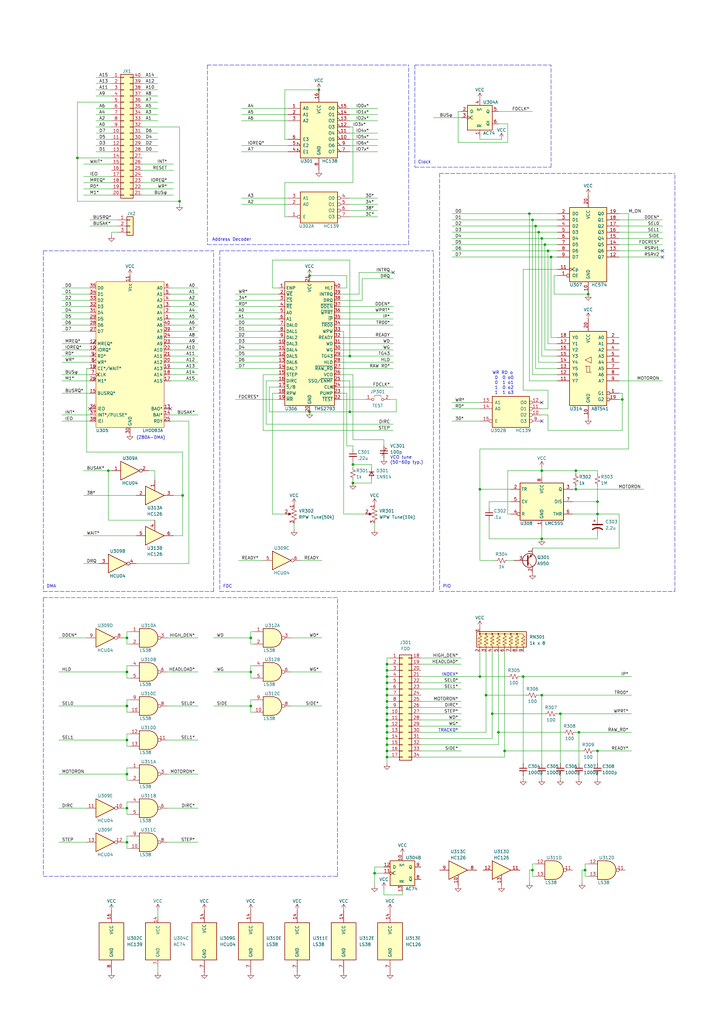
<source format=kicad_sch>
(kicad_sch (version 20211123) (generator eeschema)
  (paper "A3" portrait)
  (lib_symbols
    (symbol "74xx:74LS04"
      (property "Reference" "U" (at 0 1.27 0))
      (property "Value" "74LS04" (at 0 -1.27 0))
      (symbol "74LS04_1_0"
        (pin input line (at -7.62 0 0) (length 3.81) (name "~") (number "1"))
        (pin output inverted (at 7.62 0 180) (length 3.81) (name "~") (number "2"))
      )
      (symbol "74LS04_2_0"
        (pin input line (at -7.62 0 0) (length 3.81) (name "~") (number "3"))
        (pin output inverted (at 7.62 0 180) (length 3.81) (name "~") (number "4"))
      )
      (symbol "74LS04_3_0"
        (pin input line (at -7.62 0 0) (length 3.81) (name "~") (number "5"))
        (pin output inverted (at 7.62 0 180) (length 3.81) (name "~") (number "6"))
      )
      (symbol "74LS04_4_0"
        (pin output inverted (at 7.62 0 180) (length 3.81) (name "~") (number "8"))
        (pin input line (at -7.62 0 0) (length 3.81) (name "~") (number "9"))
      )
      (symbol "74LS04_5_0"
        (pin output inverted (at 7.62 0 180) (length 3.81) (name "~") (number "10"))
        (pin input line (at -7.62 0 0) (length 3.81) (name "~") (number "11"))
      )
      (symbol "74LS04_6_0"
        (pin output inverted (at 7.62 0 180) (length 3.81) (name "~") (number "12"))
        (pin input line (at -7.62 0 0) (length 3.81) (name "~") (number "13"))
      )
      (symbol "74LS04_7_0"
        (pin power_in line (at 0 12.7 270) (length 5.08) (name "VCC") (number "14"))
        (pin power_in line (at 0 -12.7 90) (length 5.08) (name "GND") (number "7"))
      )
    )
    (symbol "74xx:74LS126" (pin_names (offset 1.016))
      (property "Reference" "U" (at 0 1.27 0))
      (property "Value" "74LS126" (at 0 -1.27 0))
      (symbol "74LS126_1_0"
        (pin input line (at 0 -6.35 90) (length 4.445) (name "~") (number "1"))
        (pin input line (at -7.62 0 0) (length 3.81) (name "~") (number "2"))
        (pin tri_state line (at 7.62 0 180) (length 3.81) (name "~") (number "3"))
      )
      (symbol "74LS126_2_0"
        (pin input line (at 0 -6.35 90) (length 4.445) (name "~") (number "4"))
        (pin input line (at -7.62 0 0) (length 3.81) (name "~") (number "5"))
        (pin tri_state line (at 7.62 0 180) (length 3.81) (name "~") (number "6"))
      )
      (symbol "74LS126_3_0"
        (pin input line (at 0 -6.35 90) (length 4.445) (name "~") (number "10"))
        (pin tri_state line (at 7.62 0 180) (length 3.81) (name "~") (number "8"))
        (pin input line (at -7.62 0 0) (length 3.81) (name "~") (number "9"))
      )
      (symbol "74LS126_4_0"
        (pin tri_state line (at 7.62 0 180) (length 3.81) (name "~") (number "11"))
        (pin input line (at -7.62 0 0) (length 3.81) (name "~") (number "12"))
        (pin input line (at 0 -6.35 90) (length 4.445) (name "~") (number "13"))
      )
      (symbol "74LS126_5_0"
        (pin power_in line (at 0 12.7 270) (length 5.08) (name "VCC") (number "14"))
        (pin power_in line (at 0 -12.7 90) (length 5.08) (name "GND") (number "7"))
      )
    )
    (symbol "74xx:74LS138" (pin_names (offset 1.016))
      (property "Reference" "U" (at -7.62 11.43 0))
      (property "Value" "74LS138" (at -7.62 -13.97 0))
      (symbol "74LS138_1_0"
        (pin input line (at -12.7 7.62 0) (length 5.08) (name "A0") (number "1"))
        (pin output output_low (at 12.7 -5.08 180) (length 5.08) (name "O5") (number "10"))
        (pin output output_low (at 12.7 -2.54 180) (length 5.08) (name "O4") (number "11"))
        (pin output output_low (at 12.7 0 180) (length 5.08) (name "O3") (number "12"))
        (pin output output_low (at 12.7 2.54 180) (length 5.08) (name "O2") (number "13"))
        (pin output output_low (at 12.7 5.08 180) (length 5.08) (name "O1") (number "14"))
        (pin output output_low (at 12.7 7.62 180) (length 5.08) (name "O0") (number "15"))
        (pin power_in line (at 0 15.24 270) (length 5.08) (name "VCC") (number "16"))
        (pin input line (at -12.7 5.08 0) (length 5.08) (name "A1") (number "2"))
        (pin input line (at -12.7 2.54 0) (length 5.08) (name "A2") (number "3"))
        (pin input input_low (at -12.7 -10.16 0) (length 5.08) (name "E1") (number "4"))
        (pin input input_low (at -12.7 -7.62 0) (length 5.08) (name "E2") (number "5"))
        (pin input line (at -12.7 -5.08 0) (length 5.08) (name "E3") (number "6"))
        (pin output output_low (at 12.7 -10.16 180) (length 5.08) (name "O7") (number "7"))
        (pin power_in line (at 0 -17.78 90) (length 5.08) (name "GND") (number "8"))
        (pin output output_low (at 12.7 -7.62 180) (length 5.08) (name "O6") (number "9"))
      )
    )
    (symbol "74xx:74LS139" (pin_names (offset 1.016))
      (property "Reference" "U" (at -7.62 8.89 0))
      (property "Value" "74LS139" (at -7.62 -8.89 0))
      (symbol "74LS139_1_0"
        (pin input inverted (at -12.7 -5.08 0) (length 5.08) (name "E") (number "1"))
        (pin input line (at -12.7 0 0) (length 5.08) (name "A0") (number "2"))
        (pin input line (at -12.7 2.54 0) (length 5.08) (name "A1") (number "3"))
        (pin output inverted (at 12.7 2.54 180) (length 5.08) (name "O0") (number "4"))
        (pin output inverted (at 12.7 0 180) (length 5.08) (name "O1") (number "5"))
        (pin output inverted (at 12.7 -2.54 180) (length 5.08) (name "O2") (number "6"))
        (pin output inverted (at 12.7 -5.08 180) (length 5.08) (name "O3") (number "7"))
      )
      (symbol "74LS139_2_0"
        (pin output inverted (at 12.7 -2.54 180) (length 5.08) (name "O2") (number "10"))
        (pin output inverted (at 12.7 0 180) (length 5.08) (name "O1") (number "11"))
        (pin output inverted (at 12.7 2.54 180) (length 5.08) (name "O0") (number "12"))
        (pin input line (at -12.7 2.54 0) (length 5.08) (name "A1") (number "13"))
        (pin input line (at -12.7 0 0) (length 5.08) (name "A0") (number "14"))
        (pin input inverted (at -12.7 -5.08 0) (length 5.08) (name "E") (number "15"))
        (pin output inverted (at 12.7 -5.08 180) (length 5.08) (name "O3") (number "9"))
      )
      (symbol "74LS139_3_0"
        (pin power_in line (at 0 12.7 270) (length 5.08) (name "VCC") (number "16"))
        (pin power_in line (at 0 -12.7 90) (length 5.08) (name "GND") (number "8"))
      )
    )
    (symbol "74xx:74LS38" (pin_names (offset 1.016))
      (property "Reference" "U" (at 0 1.27 0))
      (property "Value" "74LS38" (at 0 -1.27 0))
      (symbol "74LS38_1_1"
        (pin input line (at -7.62 2.54 0) (length 3.81) (name "~") (number "1"))
        (pin input line (at -7.62 -2.54 0) (length 3.81) (name "~") (number "2"))
        (pin open_collector inverted (at 7.62 0 180) (length 3.81) (name "~") (number "3"))
      )
      (symbol "74LS38_1_2"
        (pin input inverted (at -7.62 2.54 0) (length 4.318) (name "~") (number "1"))
        (pin input inverted (at -7.62 -2.54 0) (length 4.318) (name "~") (number "2"))
        (pin open_collector line (at 7.62 0 180) (length 3.81) (name "~") (number "3"))
      )
      (symbol "74LS38_2_1"
        (pin input line (at -7.62 2.54 0) (length 3.81) (name "~") (number "4"))
        (pin input line (at -7.62 -2.54 0) (length 3.81) (name "~") (number "5"))
        (pin open_collector inverted (at 7.62 0 180) (length 3.81) (name "~") (number "6"))
      )
      (symbol "74LS38_2_2"
        (pin input inverted (at -7.62 2.54 0) (length 4.318) (name "~") (number "4"))
        (pin input inverted (at -7.62 -2.54 0) (length 4.318) (name "~") (number "5"))
        (pin open_collector line (at 7.62 0 180) (length 3.81) (name "~") (number "6"))
      )
      (symbol "74LS38_3_1"
        (pin input line (at -7.62 -2.54 0) (length 3.81) (name "~") (number "10"))
        (pin open_collector inverted (at 7.62 0 180) (length 3.81) (name "~") (number "8"))
        (pin input line (at -7.62 2.54 0) (length 3.81) (name "~") (number "9"))
      )
      (symbol "74LS38_3_2"
        (pin input inverted (at -7.62 -2.54 0) (length 4.318) (name "~") (number "10"))
        (pin open_collector line (at 7.62 0 180) (length 3.81) (name "~") (number "8"))
        (pin input inverted (at -7.62 2.54 0) (length 4.318) (name "~") (number "9"))
      )
      (symbol "74LS38_4_1"
        (pin open_collector inverted (at 7.62 0 180) (length 3.81) (name "~") (number "11"))
        (pin input line (at -7.62 2.54 0) (length 3.81) (name "~") (number "12"))
        (pin input line (at -7.62 -2.54 0) (length 3.81) (name "~") (number "13"))
      )
      (symbol "74LS38_4_2"
        (pin open_collector line (at 7.62 0 180) (length 3.81) (name "~") (number "11"))
        (pin input inverted (at -7.62 2.54 0) (length 4.318) (name "~") (number "12"))
        (pin input inverted (at -7.62 -2.54 0) (length 4.318) (name "~") (number "13"))
      )
      (symbol "74LS38_5_0"
        (pin power_in line (at 0 12.7 270) (length 5.08) (name "VCC") (number "14"))
        (pin power_in line (at 0 -12.7 90) (length 5.08) (name "GND") (number "7"))
      )
    )
    (symbol "74xx:74LS541" (pin_names (offset 1.016))
      (property "Reference" "U" (at -7.62 16.51 0))
      (property "Value" "74LS541" (at -7.62 -16.51 0))
      (symbol "74LS541_1_0"
        (pin input inverted (at -12.7 -10.16 0) (length 5.08) (name "G1") (number "1"))
        (pin power_in line (at 0 -20.32 90) (length 5.08) (name "GND") (number "10"))
        (pin tri_state line (at 12.7 -5.08 180) (length 5.08) (name "Y7") (number "11"))
        (pin tri_state line (at 12.7 -2.54 180) (length 5.08) (name "Y6") (number "12"))
        (pin tri_state line (at 12.7 0 180) (length 5.08) (name "Y5") (number "13"))
        (pin tri_state line (at 12.7 2.54 180) (length 5.08) (name "Y4") (number "14"))
        (pin tri_state line (at 12.7 5.08 180) (length 5.08) (name "Y3") (number "15"))
        (pin tri_state line (at 12.7 7.62 180) (length 5.08) (name "Y2") (number "16"))
        (pin tri_state line (at 12.7 10.16 180) (length 5.08) (name "Y1") (number "17"))
        (pin tri_state line (at 12.7 12.7 180) (length 5.08) (name "Y0") (number "18"))
        (pin input inverted (at -12.7 -12.7 0) (length 5.08) (name "G2") (number "19"))
        (pin input line (at -12.7 12.7 0) (length 5.08) (name "A0") (number "2"))
        (pin power_in line (at 0 20.32 270) (length 5.08) (name "VCC") (number "20"))
        (pin input line (at -12.7 10.16 0) (length 5.08) (name "A1") (number "3"))
        (pin input line (at -12.7 7.62 0) (length 5.08) (name "A2") (number "4"))
        (pin input line (at -12.7 5.08 0) (length 5.08) (name "A3") (number "5"))
        (pin input line (at -12.7 2.54 0) (length 5.08) (name "A4") (number "6"))
        (pin input line (at -12.7 0 0) (length 5.08) (name "A5") (number "7"))
        (pin input line (at -12.7 -2.54 0) (length 5.08) (name "A6") (number "8"))
        (pin input line (at -12.7 -5.08 0) (length 5.08) (name "A7") (number "9"))
      )
    )
    (symbol "74xx:74LS574" (pin_names (offset 1.016))
      (property "Reference" "U" (at -7.62 16.51 0))
      (property "Value" "74LS574" (at -7.62 -16.51 0))
      (symbol "74LS574_1_0"
        (pin input inverted (at -12.7 -12.7 0) (length 5.08) (name "OE") (number "1"))
        (pin power_in line (at 0 -20.32 90) (length 5.08) (name "GND") (number "10"))
        (pin input clock (at -12.7 -10.16 0) (length 5.08) (name "Cp") (number "11"))
        (pin tri_state line (at 12.7 -5.08 180) (length 5.08) (name "Q7") (number "12"))
        (pin tri_state line (at 12.7 -2.54 180) (length 5.08) (name "Q6") (number "13"))
        (pin tri_state line (at 12.7 0 180) (length 5.08) (name "Q5") (number "14"))
        (pin tri_state line (at 12.7 2.54 180) (length 5.08) (name "Q4") (number "15"))
        (pin tri_state line (at 12.7 5.08 180) (length 5.08) (name "Q3") (number "16"))
        (pin tri_state line (at 12.7 7.62 180) (length 5.08) (name "Q2") (number "17"))
        (pin tri_state line (at 12.7 10.16 180) (length 5.08) (name "Q1") (number "18"))
        (pin tri_state line (at 12.7 12.7 180) (length 5.08) (name "Q0") (number "19"))
        (pin input line (at -12.7 12.7 0) (length 5.08) (name "D0") (number "2"))
        (pin power_in line (at 0 20.32 270) (length 5.08) (name "VCC") (number "20"))
        (pin input line (at -12.7 10.16 0) (length 5.08) (name "D1") (number "3"))
        (pin input line (at -12.7 7.62 0) (length 5.08) (name "D2") (number "4"))
        (pin input line (at -12.7 5.08 0) (length 5.08) (name "D3") (number "5"))
        (pin input line (at -12.7 2.54 0) (length 5.08) (name "D4") (number "6"))
        (pin input line (at -12.7 0 0) (length 5.08) (name "D5") (number "7"))
        (pin input line (at -12.7 -2.54 0) (length 5.08) (name "D6") (number "8"))
        (pin input line (at -12.7 -5.08 0) (length 5.08) (name "D7") (number "9"))
      )
    )
    (symbol "74xx:74LS74" (pin_names (offset 1.016))
      (property "Reference" "U" (at -7.62 8.89 0))
      (property "Value" "74LS74" (at -7.62 -8.89 0))
      (symbol "74LS74_1_0"
        (pin input line (at 0 -7.62 90) (length 2.54) (name "~{R}") (number "1"))
        (pin input line (at -7.62 2.54 0) (length 2.54) (name "D") (number "2"))
        (pin input clock (at -7.62 0 0) (length 2.54) (name "C") (number "3"))
        (pin input line (at 0 7.62 270) (length 2.54) (name "~{S}") (number "4"))
        (pin output line (at 7.62 2.54 180) (length 2.54) (name "Q") (number "5"))
        (pin output line (at 7.62 -2.54 180) (length 2.54) (name "~{Q}") (number "6"))
      )
      (symbol "74LS74_2_0"
        (pin input line (at 0 7.62 270) (length 2.54) (name "~{S}") (number "10"))
        (pin input clock (at -7.62 0 0) (length 2.54) (name "C") (number "11"))
        (pin input line (at -7.62 2.54 0) (length 2.54) (name "D") (number "12"))
        (pin input line (at 0 -7.62 90) (length 2.54) (name "~{R}") (number "13"))
        (pin output line (at 7.62 -2.54 180) (length 2.54) (name "~{Q}") (number "8"))
        (pin output line (at 7.62 2.54 180) (length 2.54) (name "Q") (number "9"))
      )
      (symbol "74LS74_3_0"
        (pin power_in line (at 0 10.16 270) (length 2.54) (name "VCC") (number "14"))
        (pin power_in line (at 0 -10.16 90) (length 2.54) (name "GND") (number "7"))
      )
    )
    (symbol "Connector_Generic:Conn_01x03" (pin_names (offset 1.016) hide)
      (property "Reference" "J" (at 0 5.08 0))
      (property "Value" "Conn_01x03" (at 0 -5.08 0))
      (symbol "Conn_01x03_1_1"
        (pin passive line (at -5.08 2.54 0) (length 3.81) (name "Pin_1") (number "1"))
        (pin passive line (at -5.08 0 0) (length 3.81) (name "Pin_2") (number "2"))
        (pin passive line (at -5.08 -2.54 0) (length 3.81) (name "Pin_3") (number "3"))
      )
    )
    (symbol "Connector_Generic:Conn_02x17_Top_Bottom" (pin_names (offset 1.016) hide)
      (property "Reference" "J" (at 1.27 22.86 0))
      (property "Value" "Conn_02x17_Top_Bottom" (at 1.27 -22.86 0))
      (symbol "Conn_02x17_Top_Bottom_1_1"
        (pin passive line (at -5.08 20.32 0) (length 3.81) (name "Pin_1") (number "1"))
        (pin passive line (at -5.08 -2.54 0) (length 3.81) (name "Pin_10") (number "10"))
        (pin passive line (at -5.08 -5.08 0) (length 3.81) (name "Pin_11") (number "11"))
        (pin passive line (at -5.08 -7.62 0) (length 3.81) (name "Pin_12") (number "12"))
        (pin passive line (at -5.08 -10.16 0) (length 3.81) (name "Pin_13") (number "13"))
        (pin passive line (at -5.08 -12.7 0) (length 3.81) (name "Pin_14") (number "14"))
        (pin passive line (at -5.08 -15.24 0) (length 3.81) (name "Pin_15") (number "15"))
        (pin passive line (at -5.08 -17.78 0) (length 3.81) (name "Pin_16") (number "16"))
        (pin passive line (at -5.08 -20.32 0) (length 3.81) (name "Pin_17") (number "17"))
        (pin passive line (at 7.62 20.32 180) (length 3.81) (name "Pin_18") (number "18"))
        (pin passive line (at 7.62 17.78 180) (length 3.81) (name "Pin_19") (number "19"))
        (pin passive line (at -5.08 17.78 0) (length 3.81) (name "Pin_2") (number "2"))
        (pin passive line (at 7.62 15.24 180) (length 3.81) (name "Pin_20") (number "20"))
        (pin passive line (at 7.62 12.7 180) (length 3.81) (name "Pin_21") (number "21"))
        (pin passive line (at 7.62 10.16 180) (length 3.81) (name "Pin_22") (number "22"))
        (pin passive line (at 7.62 7.62 180) (length 3.81) (name "Pin_23") (number "23"))
        (pin passive line (at 7.62 5.08 180) (length 3.81) (name "Pin_24") (number "24"))
        (pin passive line (at 7.62 2.54 180) (length 3.81) (name "Pin_25") (number "25"))
        (pin passive line (at 7.62 0 180) (length 3.81) (name "Pin_26") (number "26"))
        (pin passive line (at 7.62 -2.54 180) (length 3.81) (name "Pin_27") (number "27"))
        (pin passive line (at 7.62 -5.08 180) (length 3.81) (name "Pin_28") (number "28"))
        (pin passive line (at 7.62 -7.62 180) (length 3.81) (name "Pin_29") (number "29"))
        (pin passive line (at -5.08 15.24 0) (length 3.81) (name "Pin_3") (number "3"))
        (pin passive line (at 7.62 -10.16 180) (length 3.81) (name "Pin_30") (number "30"))
        (pin passive line (at 7.62 -12.7 180) (length 3.81) (name "Pin_31") (number "31"))
        (pin passive line (at 7.62 -15.24 180) (length 3.81) (name "Pin_32") (number "32"))
        (pin passive line (at 7.62 -17.78 180) (length 3.81) (name "Pin_33") (number "33"))
        (pin passive line (at 7.62 -20.32 180) (length 3.81) (name "Pin_34") (number "34"))
        (pin passive line (at -5.08 12.7 0) (length 3.81) (name "Pin_4") (number "4"))
        (pin passive line (at -5.08 10.16 0) (length 3.81) (name "Pin_5") (number "5"))
        (pin passive line (at -5.08 7.62 0) (length 3.81) (name "Pin_6") (number "6"))
        (pin passive line (at -5.08 5.08 0) (length 3.81) (name "Pin_7") (number "7"))
        (pin passive line (at -5.08 2.54 0) (length 3.81) (name "Pin_8") (number "8"))
        (pin passive line (at -5.08 0 0) (length 3.81) (name "Pin_9") (number "9"))
      )
    )
    (symbol "Connector_Generic:Conn_02x20_Counter_Clockwise" (pin_names (offset 1.016) hide)
      (property "Reference" "J" (at 1.27 25.4 0))
      (property "Value" "Conn_02x20_Counter_Clockwise" (at 1.27 -27.94 0))
      (symbol "Conn_02x20_Counter_Clockwise_1_1"
        (pin passive line (at -5.08 22.86 0) (length 3.81) (name "Pin_1") (number "1"))
        (pin passive line (at -5.08 0 0) (length 3.81) (name "Pin_10") (number "10"))
        (pin passive line (at -5.08 -2.54 0) (length 3.81) (name "Pin_11") (number "11"))
        (pin passive line (at -5.08 -5.08 0) (length 3.81) (name "Pin_12") (number "12"))
        (pin passive line (at -5.08 -7.62 0) (length 3.81) (name "Pin_13") (number "13"))
        (pin passive line (at -5.08 -10.16 0) (length 3.81) (name "Pin_14") (number "14"))
        (pin passive line (at -5.08 -12.7 0) (length 3.81) (name "Pin_15") (number "15"))
        (pin passive line (at -5.08 -15.24 0) (length 3.81) (name "Pin_16") (number "16"))
        (pin passive line (at -5.08 -17.78 0) (length 3.81) (name "Pin_17") (number "17"))
        (pin passive line (at -5.08 -20.32 0) (length 3.81) (name "Pin_18") (number "18"))
        (pin passive line (at -5.08 -22.86 0) (length 3.81) (name "Pin_19") (number "19"))
        (pin passive line (at -5.08 20.32 0) (length 3.81) (name "Pin_2") (number "2"))
        (pin passive line (at -5.08 -25.4 0) (length 3.81) (name "Pin_20") (number "20"))
        (pin passive line (at 7.62 -25.4 180) (length 3.81) (name "Pin_21") (number "21"))
        (pin passive line (at 7.62 -22.86 180) (length 3.81) (name "Pin_22") (number "22"))
        (pin passive line (at 7.62 -20.32 180) (length 3.81) (name "Pin_23") (number "23"))
        (pin passive line (at 7.62 -17.78 180) (length 3.81) (name "Pin_24") (number "24"))
        (pin passive line (at 7.62 -15.24 180) (length 3.81) (name "Pin_25") (number "25"))
        (pin passive line (at 7.62 -12.7 180) (length 3.81) (name "Pin_26") (number "26"))
        (pin passive line (at 7.62 -10.16 180) (length 3.81) (name "Pin_27") (number "27"))
        (pin passive line (at 7.62 -7.62 180) (length 3.81) (name "Pin_28") (number "28"))
        (pin passive line (at 7.62 -5.08 180) (length 3.81) (name "Pin_29") (number "29"))
        (pin passive line (at -5.08 17.78 0) (length 3.81) (name "Pin_3") (number "3"))
        (pin passive line (at 7.62 -2.54 180) (length 3.81) (name "Pin_30") (number "30"))
        (pin passive line (at 7.62 0 180) (length 3.81) (name "Pin_31") (number "31"))
        (pin passive line (at 7.62 2.54 180) (length 3.81) (name "Pin_32") (number "32"))
        (pin passive line (at 7.62 5.08 180) (length 3.81) (name "Pin_33") (number "33"))
        (pin passive line (at 7.62 7.62 180) (length 3.81) (name "Pin_34") (number "34"))
        (pin passive line (at 7.62 10.16 180) (length 3.81) (name "Pin_35") (number "35"))
        (pin passive line (at 7.62 12.7 180) (length 3.81) (name "Pin_36") (number "36"))
        (pin passive line (at 7.62 15.24 180) (length 3.81) (name "Pin_37") (number "37"))
        (pin passive line (at 7.62 17.78 180) (length 3.81) (name "Pin_38") (number "38"))
        (pin passive line (at 7.62 20.32 180) (length 3.81) (name "Pin_39") (number "39"))
        (pin passive line (at -5.08 15.24 0) (length 3.81) (name "Pin_4") (number "4"))
        (pin passive line (at 7.62 22.86 180) (length 3.81) (name "Pin_40") (number "40"))
        (pin passive line (at -5.08 12.7 0) (length 3.81) (name "Pin_5") (number "5"))
        (pin passive line (at -5.08 10.16 0) (length 3.81) (name "Pin_6") (number "6"))
        (pin passive line (at -5.08 7.62 0) (length 3.81) (name "Pin_7") (number "7"))
        (pin passive line (at -5.08 5.08 0) (length 3.81) (name "Pin_8") (number "8"))
        (pin passive line (at -5.08 2.54 0) (length 3.81) (name "Pin_9") (number "9"))
      )
    )
    (symbol "Device:C_Polarized_US" (pin_numbers hide) (pin_names (offset 0.254) hide)
      (property "Reference" "C" (at 0.635 2.54 0))
      (property "Value" "C_Polarized_US" (at 0.635 -2.54 0))
      (symbol "C_Polarized_US_1_1"
        (pin passive line (at 0 3.81 270) (length 2.794) (name "~") (number "1"))
        (pin passive line (at 0 -3.81 90) (length 3.302) (name "~") (number "2"))
      )
    )
    (symbol "Device:C_Small" (pin_numbers hide) (pin_names (offset 0.254) hide)
      (property "Reference" "C" (at 0.254 1.778 0))
      (property "Value" "C_Small" (at 0.254 -2.032 0))
      (symbol "C_Small_1_1"
        (pin passive line (at 0 2.54 270) (length 2.032) (name "~") (number "1"))
        (pin passive line (at 0 -2.54 90) (length 2.032) (name "~") (number "2"))
      )
    )
    (symbol "Device:C_Trim_Small" (pin_numbers hide) (pin_names (offset 0.254) hide)
      (property "Reference" "C" (at 1.524 -2.032 0))
      (property "Value" "C_Trim_Small" (at 3.048 -3.556 0))
      (symbol "C_Trim_Small_1_1"
        (pin passive line (at 0 2.54 270) (length 2.032) (name "~") (number "1"))
        (pin passive line (at 0 -2.54 90) (length 2.032) (name "~") (number "2"))
      )
    )
    (symbol "Device:D_Small" (pin_numbers hide) (pin_names (offset 0.254) hide)
      (property "Reference" "D" (at -1.27 2.032 0))
      (property "Value" "D_Small" (at -3.81 -2.032 0))
      (symbol "D_Small_1_1"
        (pin passive line (at -2.54 0 0) (length 1.778) (name "K") (number "1"))
        (pin passive line (at 2.54 0 180) (length 1.778) (name "A") (number "2"))
      )
    )
    (symbol "Device:Q_PNP_ECB" (pin_names (offset 0) hide)
      (property "Reference" "Q" (at 5.08 1.27 0))
      (property "Value" "Q_PNP_ECB" (at 5.08 -1.27 0))
      (symbol "Q_PNP_ECB_1_1"
        (pin passive line (at 2.54 -5.08 90) (length 2.54) (name "E") (number "1"))
        (pin passive line (at 2.54 5.08 270) (length 2.54) (name "C") (number "2"))
        (pin input line (at -5.08 0 0) (length 5.715) (name "B") (number "3"))
      )
    )
    (symbol "Device:R_Network08_US" (pin_names (offset 0) hide)
      (property "Reference" "RN" (at -12.7 0 90))
      (property "Value" "R_Network08_US" (at 10.16 0 90))
      (symbol "R_Network08_US_1_1"
        (pin passive line (at -10.16 5.08 270) (length 2.54) (name "common") (number "1"))
        (pin passive line (at -10.16 -5.08 90) (length 1.27) (name "R1") (number "2"))
        (pin passive line (at -7.62 -5.08 90) (length 1.27) (name "R2") (number "3"))
        (pin passive line (at -5.08 -5.08 90) (length 1.27) (name "R3") (number "4"))
        (pin passive line (at -2.54 -5.08 90) (length 1.27) (name "R4") (number "5"))
        (pin passive line (at 0 -5.08 90) (length 1.27) (name "R5") (number "6"))
        (pin passive line (at 2.54 -5.08 90) (length 1.27) (name "R6") (number "7"))
        (pin passive line (at 5.08 -5.08 90) (length 1.27) (name "R7") (number "8"))
        (pin passive line (at 7.62 -5.08 90) (length 1.27) (name "R8") (number "9"))
      )
    )
    (symbol "Device:R_Potentiometer_US" (pin_names (offset 1.016) hide)
      (property "Reference" "RV" (at -4.445 0 90))
      (property "Value" "R_Potentiometer_US" (at -2.54 0 90))
      (symbol "R_Potentiometer_US_1_1"
        (pin passive line (at 0 3.81 270) (length 1.27) (name "1") (number "1"))
        (pin passive line (at 3.81 0 180) (length 1.27) (name "2") (number "2"))
        (pin passive line (at 0 -3.81 90) (length 1.27) (name "3") (number "3"))
      )
    )
    (symbol "Device:R_Small_US" (pin_numbers hide) (pin_names (offset 0.254) hide)
      (property "Reference" "R" (at 0.762 0.508 0))
      (property "Value" "R_Small_US" (at 0.762 -1.016 0))
      (symbol "R_Small_US_1_1"
        (pin passive line (at 0 2.54 270) (length 1.016) (name "~") (number "1"))
        (pin passive line (at 0 -2.54 90) (length 1.016) (name "~") (number "2"))
      )
    )
    (symbol "Jumper:Jumper_2_Open" (pin_names (offset 0) hide)
      (property "Reference" "JP" (at 0 2.794 0))
      (property "Value" "Jumper_2_Open" (at 0 -2.286 0))
      (symbol "Jumper_2_Open_1_1"
        (pin passive line (at -5.08 0 0) (length 2.54) (name "A") (number "1"))
        (pin passive line (at 5.08 0 180) (length 2.54) (name "B") (number "2"))
      )
    )
    (symbol "TMS:TMS2793"
      (property "Reference" "U" (at -10.16 -27.94 0))
      (property "Value" "TMS2793" (at 6.35 -27.94 0))
      (symbol "TMS2793_1_1"
        (pin input line (at -12.7 21.59 0) (length 2.54) (name "ENP") (number "1"))
        (pin tri_state line (at -12.7 -1.27 0) (length 2.54) (name "DAL3") (number "10"))
        (pin tri_state line (at -12.7 -3.81 0) (length 2.54) (name "DAL4") (number "11"))
        (pin tri_state line (at -12.7 -6.35 0) (length 2.54) (name "DAL5") (number "12"))
        (pin tri_state line (at -12.7 -8.89 0) (length 2.54) (name "DAL6") (number "13"))
        (pin tri_state line (at -12.7 -11.43 0) (length 2.54) (name "DAL7") (number "14"))
        (pin output line (at -12.7 -13.97 0) (length 2.54) (name "STEP") (number "15"))
        (pin output line (at -12.7 -16.51 0) (length 2.54) (name "DIRC") (number "16"))
        (pin input line (at -12.7 -19.05 0) (length 2.54) (name "~{5}/8") (number "17"))
        (pin input line (at -12.7 -21.59 0) (length 2.54) (name "RPW") (number "18"))
        (pin input line (at -12.7 -24.13 0) (length 2.54) (name "~{MR}") (number "19"))
        (pin input line (at -12.7 19.05 0) (length 2.54) (name "~{WE}") (number "2"))
        (pin power_in line (at 0 -29.21 90) (length 2.54) (name "GND") (number "20"))
        (pin power_in line (at 0 26.67 270) (length 2.54) (name "VCC") (number "21"))
        (pin input line (at 12.7 -24.13 180) (length 2.54) (name "~{TEST}") (number "22"))
        (pin output line (at 12.7 -21.59 180) (length 2.54) (name "PUMP") (number "23"))
        (pin input clock (at 12.7 -19.05 180) (length 2.54) (name "CLK") (number "24"))
        (pin input line (at 12.7 -16.51 180) (length 2.54) (name "SSO/~{ENMF}") (number "25"))
        (pin input line (at 12.7 -13.97 180) (length 2.54) (name "VCO") (number "26"))
        (pin input line (at 12.7 -11.43 180) (length 2.54) (name "~{RAW_RD}") (number "27"))
        (pin output line (at 12.7 -8.89 180) (length 2.54) (name "HLD") (number "28"))
        (pin output line (at 12.7 -6.35 180) (length 2.54) (name "TG43") (number "29"))
        (pin input line (at -12.7 16.51 0) (length 2.54) (name "~{CS}") (number "3"))
        (pin output line (at 12.7 -3.81 180) (length 2.54) (name "WG") (number "30"))
        (pin output line (at 12.7 -1.27 180) (length 2.54) (name "WD") (number "31"))
        (pin input line (at 12.7 1.27 180) (length 2.54) (name "READY") (number "32"))
        (pin input line (at 12.7 3.81 180) (length 2.54) (name "WPW") (number "33"))
        (pin input line (at 12.7 6.35 180) (length 2.54) (name "~{TR00}") (number "34"))
        (pin input line (at 12.7 8.89 180) (length 2.54) (name "~{IP}") (number "35"))
        (pin input line (at 12.7 11.43 180) (length 2.54) (name "~{WPRT}") (number "36"))
        (pin input line (at 12.7 13.97 180) (length 2.54) (name "~{DDEN}") (number "37"))
        (pin output line (at 12.7 16.51 180) (length 2.54) (name "DRQ") (number "38"))
        (pin output line (at 12.7 19.05 180) (length 2.54) (name "INTRQ") (number "39"))
        (pin input line (at -12.7 13.97 0) (length 2.54) (name "~{RE}") (number "4"))
        (pin input line (at 12.7 21.59 180) (length 2.54) (name "HLT") (number "40"))
        (pin input line (at -12.7 11.43 0) (length 2.54) (name "A0") (number "5"))
        (pin input line (at -12.7 8.89 0) (length 2.54) (name "A1") (number "6"))
        (pin tri_state line (at -12.7 6.35 0) (length 2.54) (name "DAL0") (number "7"))
        (pin tri_state line (at -12.7 3.81 0) (length 2.54) (name "DAL1") (number "8"))
        (pin tri_state line (at -12.7 1.27 0) (length 2.54) (name "DAL2") (number "9"))
      )
    )
    (symbol "Timer:LMC555xN"
      (property "Reference" "U" (at -10.16 8.89 0))
      (property "Value" "LMC555xN" (at 2.54 8.89 0))
      (symbol "LMC555xN_0_0"
        (pin power_in line (at 0 -10.16 90) (length 2.54) (name "GND") (number "1"))
        (pin power_in line (at 0 10.16 270) (length 2.54) (name "VCC") (number "8"))
      )
      (symbol "LMC555xN_1_1"
        (pin input line (at -12.7 5.08 0) (length 3.81) (name "TR") (number "2"))
        (pin output line (at 12.7 5.08 180) (length 3.81) (name "Q") (number "3"))
        (pin input inverted (at -12.7 -5.08 0) (length 3.81) (name "R") (number "4"))
        (pin input line (at -12.7 0 0) (length 3.81) (name "CV") (number "5"))
        (pin input line (at 12.7 -5.08 180) (length 3.81) (name "THR") (number "6"))
        (pin input line (at 12.7 0 180) (length 3.81) (name "DIS") (number "7"))
      )
    )
    (symbol "Zilog:Z80DMA"
      (property "Reference" "U" (at 6.35 33.02 0))
      (property "Value" "Z80DMA" (at 8.89 30.48 0))
      (symbol "Z80DMA_1_1"
        (pin bidirectional line (at 16.51 13.97 180) (length 2.54) (name "A5") (number "1"))
        (pin bidirectional output_low (at -16.51 1.27 0) (length 2.54) (name "IORQ*") (number "10"))
        (pin power_in line (at 0 31.75 270) (length 2.54) (name "Vcc") (number "11"))
        (pin bidirectional output_low (at -16.51 3.81 0) (length 2.54) (name "MREQ*") (number "12"))
        (pin output line (at 16.51 -22.86 180) (length 2.54) (name "BAO*") (number "13"))
        (pin input line (at 16.51 -25.4 180) (length 2.54) (name "BAI*") (number "14"))
        (pin output line (at -16.51 -16.51 0) (length 2.54) (name "BUSRQ*") (number "15"))
        (pin bidirectional output_low (at -16.51 -6.35 0) (length 2.54) (name "CE*/WAIT*") (number "16"))
        (pin bidirectional line (at 16.51 -11.43 180) (length 2.54) (name "A15") (number "17"))
        (pin bidirectional line (at 16.51 -8.89 180) (length 2.54) (name "A14") (number "18"))
        (pin bidirectional line (at 16.51 -6.35 180) (length 2.54) (name "A13") (number "19"))
        (pin bidirectional line (at 16.51 16.51 180) (length 2.54) (name "A4") (number "2"))
        (pin bidirectional line (at 16.51 -3.81 180) (length 2.54) (name "A12") (number "20"))
        (pin bidirectional line (at 16.51 -1.27 180) (length 2.54) (name "A11") (number "21"))
        (pin bidirectional line (at 16.51 1.27 180) (length 2.54) (name "A10") (number "22"))
        (pin bidirectional line (at 16.51 3.81 180) (length 2.54) (name "A9") (number "23"))
        (pin bidirectional line (at 16.51 6.35 180) (length 2.54) (name "A8") (number "24"))
        (pin output line (at 16.51 -27.94 180) (length 2.54) (name "RDY") (number "25"))
        (pin bidirectional output_low (at -16.51 -11.43 0) (length 2.54) (name "M1*") (number "26"))
        (pin tri_state line (at -16.51 8.89 0) (length 2.54) (name "D7") (number "27"))
        (pin tri_state line (at -16.51 11.43 0) (length 2.54) (name "D6") (number "28"))
        (pin tri_state line (at -16.51 13.97 0) (length 2.54) (name "D5") (number "29"))
        (pin bidirectional line (at 16.51 19.05 180) (length 2.54) (name "A3") (number "3"))
        (pin power_in line (at 0 -33.02 90) (length 2.54) (name "GND") (number "30"))
        (pin tri_state line (at -16.51 16.51 0) (length 2.54) (name "D4") (number "31"))
        (pin tri_state line (at -16.51 19.05 0) (length 2.54) (name "D3") (number "32"))
        (pin tri_state line (at -16.51 21.59 0) (length 2.54) (name "D2") (number "33"))
        (pin tri_state line (at -16.51 24.13 0) (length 2.54) (name "D1") (number "34"))
        (pin tri_state line (at -16.51 26.67 0) (length 2.54) (name "D0") (number "35"))
        (pin output line (at -16.51 -22.86 0) (length 2.54) (name "IEO") (number "36"))
        (pin output line (at -16.51 -25.4 0) (length 2.54) (name "INT*/PULSE*") (number "37"))
        (pin input line (at -16.51 -27.94 0) (length 2.54) (name "IEI") (number "38"))
        (pin bidirectional line (at 16.51 8.89 180) (length 2.54) (name "A7") (number "39"))
        (pin bidirectional line (at 16.51 21.59 180) (length 2.54) (name "A2") (number "4"))
        (pin bidirectional line (at 16.51 11.43 180) (length 2.54) (name "A6") (number "40"))
        (pin bidirectional line (at 16.51 24.13 180) (length 2.54) (name "A1") (number "5"))
        (pin bidirectional line (at 16.51 26.67 180) (length 2.54) (name "A0") (number "6"))
        (pin input clock (at -16.51 -8.89 0) (length 2.54) (name "CLK") (number "7"))
        (pin bidirectional output_low (at -16.51 -3.81 0) (length 2.54) (name "WR*") (number "8"))
        (pin bidirectional output_low (at -16.51 -1.27 0) (length 2.54) (name "RD*") (number "9"))
      )
    )
    (symbol "power:GND" (power) (pin_names (offset 0))
      (property "Value" "GND" (at 0 -3.81 0))
      (symbol "GND_1_1"
        (pin power_in line (at 0 0 270) (length 0) hide (name "GND") (number "1"))
      )
    )
    (symbol "power:VCC" (power) (pin_names (offset 0))
      (property "Value" "VCC" (at 0 3.81 0))
      (symbol "VCC_1_1"
        (pin power_in line (at 0 0 90) (length 0) hide (name "VCC") (number "1"))
      )
    )
  )
  (junction (at 218.44 356.87))
  (junction (at 143.51 146.05))
  (junction (at 158.75 295.275))
  (junction (at 199.39 285.115))
  (junction (at 196.85 200.66))
  (junction (at 102.87 289.56))
  (junction (at 219.71 92.71))
  (junction (at 130.81 36.83))
  (junction (at 52.07 275.59))
  (junction (at 214.63 277.495))
  (junction (at 196.85 277.495))
  (junction (at 240.03 356.87))
  (junction (at 217.17 87.63))
  (junction (at 158.75 300.355))
  (junction (at 222.25 193.04))
  (junction (at 44.45 193.04))
  (junction (at 207.01 307.975))
  (junction (at 158.75 307.975))
  (junction (at 158.75 287.655))
  (junction (at 158.75 274.955))
  (junction (at 127 113.03))
  (junction (at 245.11 210.82))
  (junction (at 73.66 82.55))
  (junction (at 204.47 300.355))
  (junction (at 144.78 198.12))
  (junction (at 226.06 105.41))
  (junction (at 158.75 302.895))
  (junction (at 52.07 303.53))
  (junction (at 158.75 310.515))
  (junction (at 158.75 305.435))
  (junction (at 158.75 277.495))
  (junction (at 158.75 285.115))
  (junction (at 237.49 300.355))
  (junction (at 52.07 317.5))
  (junction (at 236.22 193.04))
  (junction (at 223.52 100.33))
  (junction (at 158.75 282.575))
  (junction (at 201.93 292.735))
  (junction (at 241.3 120.65))
  (junction (at 158.75 290.195))
  (junction (at 255.27 163.83))
  (junction (at 153.67 358.14))
  (junction (at 222.25 220.98))
  (junction (at 102.87 275.59))
  (junction (at 52.07 261.62))
  (junction (at 144.78 190.5))
  (junction (at 224.79 102.87))
  (junction (at 222.25 97.79))
  (junction (at 31.75 64.77))
  (junction (at 158.75 272.415))
  (junction (at 222.25 285.115))
  (junction (at 52.07 289.56))
  (junction (at 220.98 95.25))
  (junction (at 229.87 292.735))
  (junction (at 245.11 205.74))
  (junction (at 102.87 261.62))
  (junction (at 143.51 168.91))
  (junction (at 245.11 307.975))
  (junction (at 74.93 203.2))
  (junction (at 218.44 90.17))
  (junction (at 52.07 345.44))
  (junction (at 158.75 297.815))
  (junction (at 52.07 331.47))
  (junction (at 158.75 292.735))
  (junction (at 127 168.91))
  (junction (at 236.22 200.66))
  (junction (at 158.75 280.035))
  (no_connect (at 271.78 105.41))
  (no_connect (at 69.85 167.64))
  (no_connect (at 222.25 165.1))
  (no_connect (at 271.78 102.87))
  (no_connect (at 161.29 111.76))
  (no_connect (at 222.25 172.72))
  (no_connect (at 36.83 167.64))
  (wire (pts (xy 222.25 167.64) (xy 224.79 167.64)))
  (wire (pts (xy 185.42 90.17) (xy 218.44 90.17)))
  (wire (pts (xy 172.72 302.895) (xy 201.93 302.895)))
  (wire (pts (xy 34.29 193.04) (xy 44.45 193.04)))
  (wire (pts (xy 207.01 307.975) (xy 238.76 307.975)))
  (wire (pts (xy 254 92.71) (xy 271.78 92.71)))
  (wire (pts (xy 139.7 143.51) (xy 161.29 143.51)))
  (wire (pts (xy 25.4 120.65) (xy 36.83 120.65)))
  (wire (pts (xy 142.24 161.29) (xy 142.24 182.88)))
  (wire (pts (xy 52.07 334.01) (xy 52.07 331.47)))
  (wire (pts (xy 228.6 148.59) (xy 220.98 148.59)))
  (wire (pts (xy 58.42 36.83) (xy 64.77 36.83)))
  (wire (pts (xy 24.13 331.47) (xy 35.56 331.47)))
  (wire (pts (xy 254 161.29) (xy 255.27 161.29)))
  (wire (pts (xy 222.25 215.9) (xy 222.25 220.98)))
  (wire (pts (xy 69.85 125.73) (xy 81.28 125.73)))
  (wire (pts (xy 153.67 355.6) (xy 153.67 358.14)))
  (wire (pts (xy 96.52 135.89) (xy 114.3 135.89)))
  (polyline (pts (xy 180.34 242.57) (xy 276.86 242.57)))
  (wire (pts (xy 144.78 190.5) (xy 144.78 191.77)))
  (wire (pts (xy 152.4 196.85) (xy 152.4 198.12)))
  (wire (pts (xy 172.72 277.495) (xy 196.85 277.495)))
  (polyline (pts (xy 167.64 100.33) (xy 167.64 26.67)))
  (wire (pts (xy 68.58 275.59) (xy 81.28 275.59)))
  (wire (pts (xy 25.4 143.51) (xy 36.83 143.51)))
  (wire (pts (xy 96.52 120.65) (xy 114.3 120.65)))
  (wire (pts (xy 165.1 367.03) (xy 165.1 365.76)))
  (wire (pts (xy 196.85 184.15) (xy 196.85 200.66)))
  (wire (pts (xy 158.75 287.655) (xy 160.02 287.655)))
  (wire (pts (xy 157.48 180.34) (xy 144.78 180.34)))
  (wire (pts (xy 245.11 307.975) (xy 245.11 313.055)))
  (wire (pts (xy 123.19 229.87) (xy 132.08 229.87)))
  (wire (pts (xy 218.44 356.87) (xy 217.17 356.87)))
  (wire (pts (xy 185.42 102.87) (xy 224.79 102.87)))
  (wire (pts (xy 50.8 331.47) (xy 52.07 331.47)))
  (wire (pts (xy 224.79 176.53) (xy 255.27 176.53)))
  (wire (pts (xy 218.44 356.87) (xy 218.44 359.41)))
  (wire (pts (xy 31.75 64.77) (xy 45.72 64.77)))
  (wire (pts (xy 245.11 194.31) (xy 245.11 193.04)))
  (wire (pts (xy 157.48 182.88) (xy 157.48 180.34)))
  (wire (pts (xy 68.58 303.53) (xy 81.28 303.53)))
  (polyline (pts (xy 170.18 26.67) (xy 226.06 26.67)))
  (wire (pts (xy 254 95.25) (xy 271.78 95.25)))
  (wire (pts (xy 63.5 193.04) (xy 63.5 196.85)))
  (wire (pts (xy 52.07 300.99) (xy 53.34 300.99)))
  (wire (pts (xy 158.75 305.435) (xy 158.75 307.975)))
  (wire (pts (xy 217.17 356.87) (xy 217.17 361.95)))
  (wire (pts (xy 172.72 310.515) (xy 207.01 310.515)))
  (wire (pts (xy 204.47 50.8) (xy 208.28 50.8)))
  (wire (pts (xy 104.14 264.16) (xy 102.87 264.16)))
  (wire (pts (xy 39.37 36.83) (xy 45.72 36.83)))
  (wire (pts (xy 139.7 148.59) (xy 161.29 148.59)))
  (wire (pts (xy 143.51 81.28) (xy 154.94 81.28)))
  (wire (pts (xy 228.6 153.67) (xy 218.44 153.67)))
  (wire (pts (xy 25.4 170.18) (xy 36.83 170.18)))
  (wire (pts (xy 172.72 290.195) (xy 189.23 290.195)))
  (wire (pts (xy 73.66 52.07) (xy 73.66 82.55)))
  (wire (pts (xy 158.75 282.575) (xy 158.75 285.115)))
  (wire (pts (xy 24.13 317.5) (xy 52.07 317.5)))
  (wire (pts (xy 152.4 198.12) (xy 144.78 198.12)))
  (wire (pts (xy 189.23 45.72) (xy 187.96 45.72)))
  (wire (pts (xy 218.44 90.17) (xy 228.6 90.17)))
  (wire (pts (xy 69.85 148.59) (xy 81.28 148.59)))
  (wire (pts (xy 222.25 170.18) (xy 224.79 170.18)))
  (wire (pts (xy 139.7 146.05) (xy 143.51 146.05)))
  (wire (pts (xy 208.28 229.87) (xy 210.82 229.87)))
  (wire (pts (xy 238.76 356.87) (xy 238.76 361.95)))
  (wire (pts (xy 185.42 167.64) (xy 196.85 167.64)))
  (wire (pts (xy 53.34 278.13) (xy 52.07 278.13)))
  (wire (pts (xy 158.75 292.735) (xy 160.02 292.735)))
  (wire (pts (xy 25.4 130.81) (xy 36.83 130.81)))
  (wire (pts (xy 99.06 83.82) (xy 118.11 83.82)))
  (wire (pts (xy 58.42 69.85) (xy 71.12 69.85)))
  (wire (pts (xy 58.42 44.45) (xy 64.77 44.45)))
  (wire (pts (xy 110.49 158.75) (xy 110.49 168.91)))
  (wire (pts (xy 52.07 261.62) (xy 52.07 259.08)))
  (polyline (pts (xy 17.78 102.87) (xy 17.78 242.57)))
  (wire (pts (xy 52.07 320.04) (xy 52.07 317.5)))
  (wire (pts (xy 52.07 342.9) (xy 53.34 342.9)))
  (wire (pts (xy 158.75 290.195) (xy 160.02 290.195)))
  (wire (pts (xy 143.51 83.82) (xy 154.94 83.82)))
  (wire (pts (xy 69.85 118.11) (xy 81.28 118.11)))
  (wire (pts (xy 35.56 151.13) (xy 35.56 185.42)))
  (wire (pts (xy 219.71 92.71) (xy 219.71 151.13)))
  (wire (pts (xy 158.75 280.035) (xy 158.75 282.575)))
  (wire (pts (xy 245.11 318.135) (xy 245.11 319.405)))
  (wire (pts (xy 58.42 67.31) (xy 71.12 67.31)))
  (wire (pts (xy 25.4 161.29) (xy 36.83 161.29)))
  (polyline (pts (xy 90.17 102.87) (xy 177.8 102.87)))
  (wire (pts (xy 254 210.82) (xy 254 224.79)))
  (wire (pts (xy 99.06 44.45) (xy 118.11 44.45)))
  (wire (pts (xy 119.38 289.56) (xy 132.08 289.56)))
  (wire (pts (xy 185.42 172.72) (xy 196.85 172.72)))
  (wire (pts (xy 139.7 125.73) (xy 161.29 125.73)))
  (wire (pts (xy 158.75 310.515) (xy 160.02 310.515)))
  (wire (pts (xy 143.51 57.15) (xy 154.94 57.15)))
  (wire (pts (xy 140.97 210.82) (xy 149.86 210.82)))
  (wire (pts (xy 139.7 130.81) (xy 161.29 130.81)))
  (wire (pts (xy 143.51 168.91) (xy 162.56 168.91)))
  (wire (pts (xy 201.93 267.335) (xy 201.93 292.735)))
  (wire (pts (xy 254 224.79) (xy 218.44 224.79)))
  (wire (pts (xy 228.6 292.735) (xy 229.87 292.735)))
  (wire (pts (xy 160.02 163.83) (xy 162.56 163.83)))
  (wire (pts (xy 116.84 36.83) (xy 130.81 36.83)))
  (wire (pts (xy 44.45 213.36) (xy 63.5 213.36)))
  (wire (pts (xy 158.75 300.355) (xy 158.75 302.895)))
  (wire (pts (xy 99.06 62.23) (xy 118.11 62.23)))
  (wire (pts (xy 254 97.79) (xy 271.78 97.79)))
  (wire (pts (xy 185.42 165.1) (xy 196.85 165.1)))
  (wire (pts (xy 226.06 105.41) (xy 228.6 105.41)))
  (wire (pts (xy 214.63 318.135) (xy 214.63 319.405)))
  (wire (pts (xy 34.29 77.47) (xy 45.72 77.47)))
  (wire (pts (xy 53.34 320.04) (xy 52.07 320.04)))
  (wire (pts (xy 53.34 334.01) (xy 52.07 334.01)))
  (wire (pts (xy 254 156.21) (xy 271.78 156.21)))
  (wire (pts (xy 45.72 193.04) (xy 44.45 193.04)))
  (wire (pts (xy 158.75 307.975) (xy 160.02 307.975)))
  (wire (pts (xy 224.79 102.87) (xy 224.79 140.97)))
  (wire (pts (xy 58.42 39.37) (xy 64.77 39.37)))
  (wire (pts (xy 196.85 57.15) (xy 205.74 57.15)))
  (wire (pts (xy 228.6 113.03) (xy 227.33 113.03)))
  (wire (pts (xy 229.87 318.135) (xy 229.87 319.405)))
  (wire (pts (xy 52.07 314.96) (xy 53.34 314.96)))
  (wire (pts (xy 222.25 193.04) (xy 222.25 195.58)))
  (wire (pts (xy 39.37 57.15) (xy 45.72 57.15)))
  (wire (pts (xy 139.7 120.65) (xy 147.32 120.65)))
  (wire (pts (xy 116.84 57.15) (xy 116.84 36.83)))
  (wire (pts (xy 96.52 123.19) (xy 114.3 123.19)))
  (wire (pts (xy 52.07 345.44) (xy 52.07 342.9)))
  (wire (pts (xy 96.52 163.83) (xy 114.3 163.83)))
  (wire (pts (xy 223.52 100.33) (xy 223.52 143.51)))
  (polyline (pts (xy 17.78 245.11) (xy 17.78 359.41)))
  (wire (pts (xy 52.07 328.93) (xy 53.34 328.93)))
  (wire (pts (xy 39.37 39.37) (xy 45.72 39.37)))
  (polyline (pts (xy 85.09 26.67) (xy 167.64 26.67)))
  (wire (pts (xy 142.24 182.88) (xy 144.78 182.88)))
  (wire (pts (xy 102.87 287.02) (xy 104.14 287.02)))
  (wire (pts (xy 227.33 113.03) (xy 227.33 120.65)))
  (wire (pts (xy 58.42 49.53) (xy 64.77 49.53)))
  (wire (pts (xy 204.47 300.355) (xy 204.47 305.435)))
  (wire (pts (xy 158.75 285.115) (xy 158.75 287.655)))
  (wire (pts (xy 139.7 156.21) (xy 143.51 156.21)))
  (wire (pts (xy 110.49 158.75) (xy 114.3 158.75)))
  (wire (pts (xy 143.51 88.9) (xy 154.94 88.9)))
  (wire (pts (xy 58.42 46.99) (xy 64.77 46.99)))
  (wire (pts (xy 69.85 130.81) (xy 81.28 130.81)))
  (wire (pts (xy 39.37 31.75) (xy 45.72 31.75)))
  (wire (pts (xy 36.83 92.71) (xy 48.26 92.71)))
  (wire (pts (xy 24.13 261.62) (xy 35.56 261.62)))
  (wire (pts (xy 199.39 285.115) (xy 199.39 300.355)))
  (wire (pts (xy 234.95 200.66) (xy 236.22 200.66)))
  (wire (pts (xy 77.47 172.72) (xy 69.85 172.72)))
  (wire (pts (xy 139.7 161.29) (xy 142.24 161.29)))
  (wire (pts (xy 158.75 280.035) (xy 160.02 280.035)))
  (wire (pts (xy 245.11 205.74) (xy 245.11 210.82)))
  (wire (pts (xy 25.4 153.67) (xy 36.83 153.67)))
  (wire (pts (xy 44.45 213.36) (xy 44.45 193.04)))
  (wire (pts (xy 185.42 95.25) (xy 220.98 95.25)))
  (wire (pts (xy 96.52 133.35) (xy 114.3 133.35)))
  (wire (pts (xy 208.28 50.8) (xy 208.28 58.42)))
  (wire (pts (xy 96.52 130.81) (xy 114.3 130.81)))
  (wire (pts (xy 69.85 140.97) (xy 81.28 140.97)))
  (polyline (pts (xy 17.78 242.57) (xy 87.63 242.57)))
  (wire (pts (xy 158.75 295.275) (xy 158.75 297.815)))
  (wire (pts (xy 39.37 59.69) (xy 45.72 59.69)))
  (wire (pts (xy 74.93 203.2) (xy 74.93 185.42)))
  (wire (pts (xy 172.72 297.815) (xy 189.23 297.815)))
  (wire (pts (xy 220.98 95.25) (xy 220.98 148.59)))
  (wire (pts (xy 219.71 354.33) (xy 218.44 354.33)))
  (wire (pts (xy 200.66 220.98) (xy 222.25 220.98)))
  (wire (pts (xy 158.75 302.895) (xy 160.02 302.895)))
  (wire (pts (xy 157.48 367.03) (xy 165.1 367.03)))
  (wire (pts (xy 39.37 44.45) (xy 45.72 44.45)))
  (wire (pts (xy 143.51 106.68) (xy 143.51 146.05)))
  (wire (pts (xy 196.85 267.335) (xy 196.85 277.495)))
  (polyline (pts (xy 90.17 242.57) (xy 177.8 242.57)))
  (polyline (pts (xy 17.78 245.11) (xy 138.43 245.11)))
  (wire (pts (xy 25.4 140.97) (xy 36.83 140.97)))
  (wire (pts (xy 158.75 292.735) (xy 158.75 295.275)))
  (wire (pts (xy 172.72 287.655) (xy 189.23 287.655)))
  (wire (pts (xy 139.7 135.89) (xy 140.97 135.89)))
  (wire (pts (xy 241.3 354.33) (xy 240.03 354.33)))
  (polyline (pts (xy 180.34 71.12) (xy 276.86 71.12)))
  (wire (pts (xy 25.4 135.89) (xy 36.83 135.89)))
  (wire (pts (xy 77.47 231.14) (xy 77.47 172.72)))
  (wire (pts (xy 52.07 275.59) (xy 52.07 273.05)))
  (wire (pts (xy 127 168.91) (xy 143.51 168.91)))
  (wire (pts (xy 158.75 310.515) (xy 158.75 313.055)))
  (wire (pts (xy 31.75 41.91) (xy 45.72 41.91)))
  (wire (pts (xy 245.11 210.82) (xy 254 210.82)))
  (wire (pts (xy 143.51 62.23) (xy 154.94 62.23)))
  (wire (pts (xy 237.49 300.355) (xy 237.49 313.055)))
  (wire (pts (xy 96.52 148.59) (xy 114.3 148.59)))
  (wire (pts (xy 110.49 168.91) (xy 127 168.91)))
  (wire (pts (xy 25.4 128.27) (xy 36.83 128.27)))
  (wire (pts (xy 240.03 356.87) (xy 240.03 359.41)))
  (wire (pts (xy 139.7 138.43) (xy 161.29 138.43)))
  (wire (pts (xy 196.85 277.495) (xy 208.28 277.495)))
  (polyline (pts (xy 87.63 242.57) (xy 87.63 102.87)))
  (wire (pts (xy 74.93 185.42) (xy 35.56 185.42)))
  (wire (pts (xy 214.63 277.495) (xy 259.08 277.495)))
  (wire (pts (xy 52.07 278.13) (xy 52.07 275.59)))
  (wire (pts (xy 153.67 358.14) (xy 153.67 363.22)))
  (wire (pts (xy 157.48 358.14) (xy 153.67 358.14)))
  (wire (pts (xy 148.59 114.3) (xy 161.29 114.3)))
  (wire (pts (xy 45.72 95.25) (xy 45.72 96.52)))
  (wire (pts (xy 144.78 52.07) (xy 144.78 74.93)))
  (wire (pts (xy 172.72 305.435) (xy 204.47 305.435)))
  (wire (pts (xy 229.87 292.735) (xy 259.08 292.735)))
  (wire (pts (xy 102.87 261.62) (xy 102.87 259.08)))
  (wire (pts (xy 119.38 275.59) (xy 132.08 275.59)))
  (wire (pts (xy 52.07 292.1) (xy 52.07 289.56)))
  (wire (pts (xy 204.47 300.355) (xy 231.14 300.355)))
  (wire (pts (xy 144.78 180.34) (xy 144.78 153.67)))
  (wire (pts (xy 158.75 290.195) (xy 158.75 292.735)))
  (wire (pts (xy 53.34 306.07) (xy 52.07 306.07)))
  (wire (pts (xy 111.76 210.82) (xy 116.84 210.82)))
  (polyline (pts (xy 170.18 26.67) (xy 170.18 68.58)))
  (wire (pts (xy 222.25 318.135) (xy 222.25 319.405)))
  (wire (pts (xy 48.26 95.25) (xy 45.72 95.25)))
  (wire (pts (xy 224.79 160.02) (xy 224.79 167.64)))
  (polyline (pts (xy 17.78 359.41) (xy 138.43 359.41)))
  (wire (pts (xy 222.25 97.79) (xy 228.6 97.79)))
  (wire (pts (xy 97.79 229.87) (xy 107.95 229.87)))
  (wire (pts (xy 237.49 300.355) (xy 259.08 300.355)))
  (wire (pts (xy 158.75 305.435) (xy 160.02 305.435)))
  (wire (pts (xy 71.12 219.71) (xy 74.93 219.71)))
  (wire (pts (xy 143.51 86.36) (xy 154.94 86.36)))
  (wire (pts (xy 158.75 302.895) (xy 158.75 305.435)))
  (wire (pts (xy 52.07 331.47) (xy 52.07 328.93)))
  (wire (pts (xy 222.25 285.115) (xy 259.08 285.115)))
  (wire (pts (xy 172.72 300.355) (xy 199.39 300.355)))
  (wire (pts (xy 69.85 143.51) (xy 81.28 143.51)))
  (wire (pts (xy 245.11 307.975) (xy 259.08 307.975)))
  (wire (pts (xy 158.75 272.415) (xy 158.75 274.955)))
  (wire (pts (xy 214.63 110.49) (xy 228.6 110.49)))
  (polyline (pts (xy 85.09 26.67) (xy 85.09 100.33)))
  (wire (pts (xy 104.14 292.1) (xy 102.87 292.1)))
  (wire (pts (xy 104.14 278.13) (xy 102.87 278.13)))
  (wire (pts (xy 209.55 200.66) (xy 196.85 200.66)))
  (wire (pts (xy 185.42 100.33) (xy 223.52 100.33)))
  (wire (pts (xy 34.29 67.31) (xy 45.72 67.31)))
  (wire (pts (xy 158.75 287.655) (xy 158.75 290.195)))
  (wire (pts (xy 172.72 282.575) (xy 189.23 282.575)))
  (wire (pts (xy 87.63 275.59) (xy 102.87 275.59)))
  (wire (pts (xy 71.12 203.2) (xy 74.93 203.2)))
  (wire (pts (xy 53.34 292.1) (xy 52.07 292.1)))
  (wire (pts (xy 227.33 120.65) (xy 241.3 120.65)))
  (wire (pts (xy 36.83 151.13) (xy 35.56 151.13)))
  (wire (pts (xy 102.87 278.13) (xy 102.87 275.59)))
  (wire (pts (xy 58.42 34.29) (xy 64.77 34.29)))
  (wire (pts (xy 69.85 156.21) (xy 81.28 156.21)))
  (wire (pts (xy 143.51 156.21) (xy 143.51 168.91)))
  (wire (pts (xy 157.48 364.49) (xy 157.48 367.03)))
  (wire (pts (xy 201.93 292.735) (xy 223.52 292.735)))
  (polyline (pts (xy 177.8 242.57) (xy 177.8 102.87)))
  (wire (pts (xy 39.37 34.29) (xy 45.72 34.29)))
  (wire (pts (xy 31.75 41.91) (xy 31.75 64.77)))
  (wire (pts (xy 208.28 58.42) (xy 187.96 58.42)))
  (wire (pts (xy 31.75 64.77) (xy 31.75 82.55)))
  (wire (pts (xy 24.13 303.53) (xy 52.07 303.53)))
  (wire (pts (xy 143.51 49.53) (xy 154.94 49.53)))
  (wire (pts (xy 96.52 146.05) (xy 114.3 146.05)))
  (wire (pts (xy 96.52 125.73) (xy 114.3 125.73)))
  (wire (pts (xy 143.51 44.45) (xy 154.94 44.45)))
  (wire (pts (xy 58.42 52.07) (xy 73.66 52.07)))
  (wire (pts (xy 53.34 264.16) (xy 52.07 264.16)))
  (wire (pts (xy 52.07 317.5) (xy 52.07 314.96)))
  (wire (pts (xy 64.77 396.24) (xy 64.77 398.78)))
  (wire (pts (xy 144.78 198.12) (xy 144.78 196.85)))
  (wire (pts (xy 143.51 54.61) (xy 154.94 54.61)))
  (wire (pts (xy 222.25 285.115) (xy 222.25 313.055)))
  (wire (pts (xy 69.85 123.19) (xy 81.28 123.19)))
  (wire (pts (xy 228.6 146.05) (xy 222.25 146.05)))
  (wire (pts (xy 34.29 72.39) (xy 45.72 72.39)))
  (wire (pts (xy 204.47 267.335) (xy 204.47 300.355)))
  (wire (pts (xy 204.47 45.72) (xy 218.44 45.72)))
  (wire (pts (xy 53.34 347.98) (xy 52.07 347.98)))
  (wire (pts (xy 111.76 118.11) (xy 111.76 106.68)))
  (wire (pts (xy 234.95 210.82) (xy 245.11 210.82)))
  (wire (pts (xy 25.4 118.11) (xy 36.83 118.11)))
  (wire (pts (xy 39.37 62.23) (xy 45.72 62.23)))
  (wire (pts (xy 185.42 97.79) (xy 222.25 97.79)))
  (wire (pts (xy 102.87 292.1) (xy 102.87 289.56)))
  (wire (pts (xy 68.58 289.56) (xy 81.28 289.56)))
  (wire (pts (xy 34.29 231.14) (xy 40.64 231.14)))
  (wire (pts (xy 222.25 220.98) (xy 245.11 220.98)))
  (polyline (pts (xy 85.09 100.33) (xy 167.64 100.33)))
  (wire (pts (xy 102.87 273.05) (xy 104.14 273.05)))
  (wire (pts (xy 52.07 259.08) (xy 53.34 259.08)))
  (wire (pts (xy 257.81 87.63) (xy 257.81 184.15)))
  (wire (pts (xy 140.97 135.89) (xy 140.97 210.82)))
  (wire (pts (xy 158.75 277.495) (xy 158.75 280.035)))
  (wire (pts (xy 236.22 200.66) (xy 264.16 200.66)))
  (wire (pts (xy 111.76 106.68) (xy 143.51 106.68)))
  (wire (pts (xy 39.37 46.99) (xy 45.72 46.99)))
  (wire (pts (xy 157.48 355.6) (xy 153.67 355.6)))
  (wire (pts (xy 162.56 163.83) (xy 162.56 168.91)))
  (wire (pts (xy 172.72 307.975) (xy 189.23 307.975)))
  (wire (pts (xy 172.72 272.415) (xy 189.23 272.415)))
  (wire (pts (xy 222.25 97.79) (xy 222.25 146.05)))
  (wire (pts (xy 209.55 205.74) (xy 200.66 205.74)))
  (wire (pts (xy 158.75 282.575) (xy 160.02 282.575)))
  (wire (pts (xy 39.37 52.07) (xy 45.72 52.07)))
  (wire (pts (xy 34.29 203.2) (xy 55.88 203.2)))
  (wire (pts (xy 229.87 292.735) (xy 229.87 313.055)))
  (wire (pts (xy 201.93 292.735) (xy 201.93 302.895)))
  (wire (pts (xy 255.27 176.53) (xy 255.27 163.83)))
  (wire (pts (xy 228.6 156.21) (xy 217.17 156.21)))
  (wire (pts (xy 96.52 143.51) (xy 114.3 143.51)))
  (wire (pts (xy 102.87 259.08) (xy 104.14 259.08)))
  (wire (pts (xy 69.85 128.27) (xy 81.28 128.27)))
  (wire (pts (xy 142.24 118.11) (xy 142.24 113.03)))
  (wire (pts (xy 109.22 173.99) (xy 161.29 173.99)))
  (wire (pts (xy 69.85 146.05) (xy 81.28 146.05)))
  (wire (pts (xy 196.85 184.15) (xy 257.81 184.15)))
  (wire (pts (xy 99.06 59.69) (xy 118.11 59.69)))
  (wire (pts (xy 143.51 46.99) (xy 154.94 46.99)))
  (wire (pts (xy 24.13 289.56) (xy 52.07 289.56)))
  (wire (pts (xy 143.51 52.07) (xy 144.78 52.07)))
  (wire (pts (xy 24.13 275.59) (xy 52.07 275.59)))
  (wire (pts (xy 60.96 193.04) (xy 63.5 193.04)))
  (wire (pts (xy 50.8 261.62) (xy 52.07 261.62)))
  (wire (pts (xy 152.4 191.77) (xy 152.4 190.5)))
  (wire (pts (xy 139.7 133.35) (xy 161.29 133.35)))
  (wire (pts (xy 214.63 110.49) (xy 214.63 160.02)))
  (wire (pts (xy 255.27 163.83) (xy 254 163.83)))
  (wire (pts (xy 69.85 133.35) (xy 81.28 133.35)))
  (wire (pts (xy 102.87 289.56) (xy 102.87 287.02)))
  (wire (pts (xy 139.7 151.13) (xy 161.29 151.13)))
  (wire (pts (xy 102.87 275.59) (xy 102.87 273.05)))
  (wire (pts (xy 111.76 161.29) (xy 111.76 210.82)))
  (wire (pts (xy 144.78 189.23) (xy 144.78 190.5)))
  (wire (pts (xy 185.42 92.71) (xy 219.71 92.71)))
  (wire (pts (xy 24.13 345.44) (xy 35.56 345.44)))
  (wire (pts (xy 172.72 269.875) (xy 189.23 269.875)))
  (wire (pts (xy 69.85 120.65) (xy 81.28 120.65)))
  (wire (pts (xy 153.67 217.17) (xy 153.67 214.63)))
  (wire (pts (xy 224.79 102.87) (xy 228.6 102.87)))
  (wire (pts (xy 158.75 285.115) (xy 160.02 285.115)))
  (polyline (pts (xy 90.17 102.87) (xy 90.17 242.57)))
  (wire (pts (xy 228.6 151.13) (xy 219.71 151.13)))
  (wire (pts (xy 68.58 261.62) (xy 81.28 261.62)))
  (wire (pts (xy 199.39 285.115) (xy 215.9 285.115)))
  (wire (pts (xy 254 102.87) (xy 271.78 102.87)))
  (polyline (pts (xy 138.43 359.41) (xy 138.43 245.11)))
  (wire (pts (xy 99.06 46.99) (xy 118.11 46.99)))
  (wire (pts (xy 107.95 176.53) (xy 161.29 176.53)))
  (wire (pts (xy 144.78 182.88) (xy 144.78 184.15)))
  (wire (pts (xy 217.17 87.63) (xy 228.6 87.63)))
  (wire (pts (xy 69.85 138.43) (xy 81.28 138.43)))
  (wire (pts (xy 254 90.17) (xy 271.78 90.17)))
  (wire (pts (xy 158.75 269.875) (xy 158.75 272.415)))
  (wire (pts (xy 209.55 210.82) (xy 208.28 210.82)))
  (wire (pts (xy 223.52 100.33) (xy 228.6 100.33)))
  (wire (pts (xy 34.29 80.01) (xy 45.72 80.01)))
  (wire (pts (xy 102.87 264.16) (xy 102.87 261.62)))
  (wire (pts (xy 139.7 128.27) (xy 161.29 128.27)))
  (wire (pts (xy 25.4 156.21) (xy 36.83 156.21)))
  (wire (pts (xy 109.22 156.21) (xy 109.22 173.99)))
  (wire (pts (xy 96.52 140.97) (xy 114.3 140.97)))
  (wire (pts (xy 245.11 210.82) (xy 245.11 212.09)))
  (wire (pts (xy 25.4 123.19) (xy 36.83 123.19)))
  (wire (pts (xy 58.42 41.91) (xy 64.77 41.91)))
  (wire (pts (xy 69.85 151.13) (xy 81.28 151.13)))
  (wire (pts (xy 120.65 217.17) (xy 120.65 214.63)))
  (wire (pts (xy 139.7 140.97) (xy 161.29 140.97)))
  (wire (pts (xy 139.7 118.11) (xy 142.24 118.11)))
  (wire (pts (xy 158.75 297.815) (xy 160.02 297.815)))
  (wire (pts (xy 240.03 356.87) (xy 238.76 356.87)))
  (wire (pts (xy 52.07 287.02) (xy 53.34 287.02)))
  (wire (pts (xy 236.22 300.355) (xy 237.49 300.355)))
  (wire (pts (xy 158.75 277.495) (xy 160.02 277.495)))
  (wire (pts (xy 214.63 277.495) (xy 214.63 313.055)))
  (wire (pts (xy 87.63 289.56) (xy 102.87 289.56)))
  (wire (pts (xy 52.07 303.53) (xy 52.07 300.99)))
  (polyline (pts (xy 226.06 68.58) (xy 226.06 26.67)))
  (wire (pts (xy 50.8 345.44) (xy 52.07 345.44)))
  (polyline (pts (xy 17.78 102.87) (xy 87.63 102.87)))
  (wire (pts (xy 58.42 54.61) (xy 64.77 54.61)))
  (wire (pts (xy 114.3 161.29) (xy 111.76 161.29)))
  (wire (pts (xy 58.42 74.93) (xy 71.12 74.93)))
  (wire (pts (xy 245.11 220.98) (xy 245.11 219.71)))
  (wire (pts (xy 25.4 172.72) (xy 36.83 172.72)))
  (wire (pts (xy 214.63 160.02) (xy 224.79 160.02)))
  (wire (pts (xy 218.44 90.17) (xy 218.44 153.67)))
  (wire (pts (xy 25.4 133.35) (xy 36.83 133.35)))
  (wire (pts (xy 96.52 151.13) (xy 114.3 151.13)))
  (wire (pts (xy 99.06 49.53) (xy 118.11 49.53)))
  (wire (pts (xy 158.75 274.955) (xy 158.75 277.495)))
  (wire (pts (xy 144.78 74.93) (xy 116.84 74.93)))
  (wire (pts (xy 148.59 123.19) (xy 148.59 114.3)))
  (wire (pts (xy 158.75 307.975) (xy 158.75 310.515)))
  (wire (pts (xy 139.7 158.75) (xy 161.29 158.75)))
  (wire (pts (xy 254 87.63) (xy 257.81 87.63)))
  (wire (pts (xy 139.7 163.83) (xy 149.86 163.83)))
  (wire (pts (xy 68.58 317.5) (xy 81.28 317.5)))
  (wire (pts (xy 31.75 82.55) (xy 73.66 82.55)))
  (wire (pts (xy 254 105.41) (xy 271.78 105.41)))
  (wire (pts (xy 213.36 277.495) (xy 214.63 277.495)))
  (wire (pts (xy 142.24 113.03) (xy 127 113.03)))
  (wire (pts (xy 147.32 111.76) (xy 161.29 111.76)))
  (polyline (pts (xy 170.18 68.58) (xy 226.06 68.58)))
  (wire (pts (xy 96.52 138.43) (xy 114.3 138.43)))
  (wire (pts (xy 226.06 105.41) (xy 226.06 138.43)))
  (wire (pts (xy 240.03 354.33) (xy 240.03 356.87)))
  (wire (pts (xy 236.22 193.04) (xy 245.11 193.04)))
  (wire (pts (xy 39.37 54.61) (xy 45.72 54.61)))
  (wire (pts (xy 55.88 231.14) (xy 77.47 231.14)))
  (wire (pts (xy 207.01 267.335) (xy 207.01 307.975)))
  (wire (pts (xy 58.42 80.01) (xy 71.12 80.01)))
  (polyline (pts (xy 180.34 71.12) (xy 180.34 242.57)))
  (wire (pts (xy 236.22 194.31) (xy 236.22 193.04)))
  (wire (pts (xy 116.84 88.9) (xy 118.11 88.9)))
  (wire (pts (xy 207.01 307.975) (xy 207.01 310.515)))
  (wire (pts (xy 52.07 289.56) (xy 52.07 287.02)))
  (wire (pts (xy 34.29 219.71) (xy 55.88 219.71)))
  (wire (pts (xy 243.84 307.975) (xy 245.11 307.975)))
  (wire (pts (xy 158.75 295.275) (xy 160.02 295.275)))
  (wire (pts (xy 237.49 318.135) (xy 237.49 319.405)))
  (wire (pts (xy 52.07 273.05) (xy 53.34 273.05)))
  (wire (pts (xy 52.07 347.98) (xy 52.07 345.44)))
  (wire (pts (xy 245.11 199.39) (xy 245.11 205.74)))
  (wire (pts (xy 200.66 213.36) (xy 200.66 220.98)))
  (wire (pts (xy 228.6 140.97) (xy 224.79 140.97)))
  (wire (pts (xy 69.85 170.18) (xy 81.28 170.18)))
  (wire (pts (xy 58.42 59.69) (xy 64.77 59.69)))
  (wire (pts (xy 68.58 331.47) (xy 81.28 331.47)))
  (wire (pts (xy 208.28 210.82) (xy 208.28 193.04)))
  (wire (pts (xy 69.85 135.89) (xy 81.28 135.89)))
  (wire (pts (xy 228.6 143.51) (xy 223.52 143.51)))
  (wire (pts (xy 185.42 105.41) (xy 226.06 105.41)))
  (wire (pts (xy 96.52 128.27) (xy 114.3 128.27)))
  (wire (pts (xy 199.39 267.335) (xy 199.39 285.115)))
  (wire (pts (xy 39.37 49.53) (xy 45.72 49.53)))
  (wire (pts (xy 107.95 153.67) (xy 107.95 176.53)))
  (wire (pts (xy 99.06 81.28) (xy 118.11 81.28)))
  (wire (pts (xy 254 100.33) (xy 271.78 100.33)))
  (wire (pts (xy 152.4 190.5) (xy 144.78 190.5)))
  (wire (pts (xy 119.38 261.62) (xy 132.08 261.62)))
  (wire (pts (xy 224.79 170.18) (xy 224.79 176.53)))
  (wire (pts (xy 147.32 120.65) (xy 147.32 111.76)))
  (wire (pts (xy 58.42 77.47) (xy 71.12 77.47)))
  (wire (pts (xy 196.85 229.87) (xy 203.2 229.87)))
  (wire (pts (xy 236.22 200.66) (xy 236.22 199.39)))
  (wire (pts (xy 172.72 280.035) (xy 189.23 280.035)))
  (wire (pts (xy 87.63 261.62) (xy 102.87 261.62)))
  (wire (pts (xy 58.42 31.75) (xy 64.77 31.75)))
  (wire (pts (xy 234.95 205.74) (xy 245.11 205.74)))
  (wire (pts (xy 185.42 87.63) (xy 217.17 87.63)))
  (wire (pts (xy 36.83 90.17) (xy 48.26 90.17)))
  (wire (pts (xy 158.75 300.355) (xy 160.02 300.355)))
  (wire (pts (xy 222.25 191.77) (xy 222.25 193.04)))
  (wire (pts (xy 158.75 272.415) (xy 160.02 272.415)))
  (wire (pts (xy 116.84 74.93) (xy 116.84 88.9)))
  (wire (pts (xy 217.17 87.63) (xy 217.17 156.21)))
  (wire (pts (xy 160.02 274.955) (xy 158.75 274.955)))
  (wire (pts (xy 143.51 59.69) (xy 154.94 59.69)))
  (wire (pts (xy 240.03 359.41) (xy 241.3 359.41)))
  (wire (pts (xy 226.06 138.43) (xy 228.6 138.43)))
  (wire (pts (xy 25.4 125.73) (xy 36.83 125.73)))
  (wire (pts (xy 114.3 118.11) (xy 111.76 118.11)))
  (wire (pts (xy 255.27 161.29) (xy 255.27 163.83)))
  (wire (pts (xy 196.85 229.87) (xy 196.85 200.66)))
  (wire (pts (xy 172.72 295.275) (xy 189.23 295.275)))
  (wire (pts (xy 220.98 95.25) (xy 228.6 95.25)))
  (wire (pts (xy 220.98 285.115) (xy 222.25 285.115)))
  (wire (pts (xy 139.7 123.19) (xy 148.59 123.19)))
  (wire (pts (xy 143.51 146.05) (xy 161.29 146.05)))
  (wire (pts (xy 187.96 45.72) (xy 187.96 58.42)))
  (wire (pts (xy 58.42 62.23) (xy 64.77 62.23)))
  (wire (pts (xy 236.22 193.04) (xy 222.25 193.04)))
  (wire (pts (xy 25.4 148.59) (xy 36.83 148.59)))
  (wire (pts (xy 172.72 292.735) (xy 189.23 292.735)))
  (wire (pts (xy 200.66 205.74) (xy 200.66 208.28)))
  (wire (pts (xy 52.07 306.07) (xy 52.07 303.53)))
  (wire (pts (xy 196.85 55.88) (xy 196.85 57.15)))
  (wire (pts (xy 68.58 345.44) (xy 81.28 345.44)))
  (wire (pts (xy 25.4 146.05) (xy 36.83 146.05)))
  (wire (pts (xy 114.3 156.21) (xy 109.22 156.21)))
  (wire (pts (xy 144.78 153.67) (xy 139.7 153.67)))
  (wire (pts (xy 58.42 57.15) (xy 64.77 57.15)))
  (wire (pts (xy 114.3 153.67) (xy 107.95 153.67)))
  (polyline (pts (xy 276.86 242.57) (xy 276.86 71.12)))
  (wire (pts (xy 177.8 48.26) (xy 189.23 48.26)))
  (wire (pts (xy 52.07 264.16) (xy 52.07 261.62)))
  (wire (pts (xy 158.75 297.815) (xy 158.75 300.355)))
  (wire (pts (xy 218.44 354.33) (xy 218.44 356.87)))
  (wire (pts (xy 73.66 82.55) (xy 73.66 83.82)))
  (wire (pts (xy 160.02 269.875) (xy 158.75 269.875)))
  (wire (pts (xy 74.93 219.71) (xy 74.93 203.2)))
  (wire (pts (xy 208.28 193.04) (xy 222.25 193.04)))
  (wire (pts (xy 219.71 92.71) (xy 228.6 92.71)))
  (wire (pts (xy 118.11 57.15) (xy 116.84 57.15)))
  (wire (pts (xy 64.77 373.38) (xy 64.77 375.92)))
  (wire (pts (xy 218.44 359.41) (xy 219.71 359.41)))
  (wire (pts (xy 34.29 74.93) (xy 45.72 74.93)))
  (wire (pts (xy 69.85 153.67) (xy 81.28 153.67)))
  (text "Address Decoder" (at 86.995 99.06 0) (effects (font (size 1.27 1.27)) (justify left bottom)))
  (text "(Z80A-DMA)" (at 55.88 180.34 0) (effects (font (size 1.27 1.27)) (justify left bottom)))
  (text "FDC" (at 91.44 241.3 0) (effects (font (size 1.27 1.27)) (justify left bottom)))
  (text "Clock" (at 171.45 67.31 0) (effects (font (size 1.27 1.27)) (justify left bottom)))
  (text "PIO" (at 181.61 241.3 0) (effects (font (size 1.27 1.27)) (justify left bottom)))
  (text "DMA" (at 19.05 241.3 0) (effects (font (size 1.27 1.27)) (justify left bottom)))
  (text "WR RD o\n 0  0 o0\n 0  1 o1\n 1  0 o2\n 1  1 o3" (at 201.93 161.925 0) (effects (font (size 1.27 1.27)) (justify left bottom)))
  (text "TRACK0*" (at 187.96 300.355 180) (effects (font (size 1.27 1.27)) (justify right bottom)))
  (text "INDEX*" (at 187.96 277.495 180) (effects (font (size 1.27 1.27)) (justify right bottom)))
  (text "VCO tune\n(50～60p typ.)" (at 160.02 190.5 0) (effects (font (size 1.27 1.27)) (justify left bottom)))
  (label "SEL1" (at 270.51 95.25 180))
  (label "MREQ*" (at 36.83 74.93 0))
  (label "A9" (at 80.01 140.97 180))
  (label "RSRV1" (at 270.51 102.87 180))
  (label "D2" (at 26.67 123.19 0))
  (label "WD" (at 160.02 140.97 180))
  (label "A0" (at 40.64 52.07 0))
  (label "D3" (at 40.64 59.69 0))
  (label "D3" (at 97.79 140.97 0))
  (label "A6" (at 80.01 133.35 180))
  (label "FDCLK*" (at 217.17 45.72 180))
  (label "A11" (at 80.01 146.05 180))
  (label "A4" (at 80.01 128.27 180))
  (label "MOTORON*" (at 187.96 287.655 180))
  (label "IOREQ*" (at 26.67 143.51 0))
  (label "HIGH_DEN*" (at 187.96 269.875 180))
  (label "SEL1" (at 25.4 303.53 0))
  (label "D2" (at 59.69 59.69 0))
  (label "READY" (at 160.02 138.43 180))
  (label "D6" (at 26.67 133.35 0))
  (label "A15" (at 40.64 31.75 0))
  (label "READY" (at 130.81 229.87 180))
  (label "DDEN*" (at 270.51 90.17 180))
  (label "WAIT*" (at 35.56 219.71 0))
  (label "SIDE*" (at 130.81 289.56 180))
  (label "A1" (at 97.79 130.81 0))
  (label "DDEN*" (at 25.4 261.62 0))
  (label "DIRC*" (at 80.01 331.47 180))
  (label "SEL0*" (at 80.01 289.56 180))
  (label "IO2x*" (at 146.05 49.53 0))
  (label "BUSφ" (at 26.67 153.67 0))
  (label "IEO" (at 36.83 72.39 0))
  (label "INT*" (at 26.67 170.18 0))
  (label "D4" (at 59.69 57.15 0))
  (label "WPRT*" (at 160.02 128.27 180))
  (label "D7" (at 186.69 105.41 0))
  (label "RD*" (at 26.67 146.05 0))
  (label "D7" (at 97.79 151.13 0))
  (label "STEP" (at 25.4 345.44 0))
  (label "HIGH_DEN*" (at 80.01 261.62 180))
  (label "SIDE" (at 270.51 97.79 180))
  (label "34*" (at 149.86 83.82 0))
  (label "D1" (at 186.69 90.17 0))
  (label "3C*" (at 149.86 88.9 0))
  (label "SEL1*" (at 80.01 303.53 180))
  (label "DIRC*" (at 187.96 290.195 180))
  (label "D3" (at 26.67 125.73 0))
  (label "BUSAK*" (at 80.01 170.18 180))
  (label "A7" (at 101.6 62.23 0))
  (label "DRQ" (at 35.56 231.14 0))
  (label "WR*" (at 26.67 148.59 0))
  (label "D1" (at 26.67 120.65 0))
  (label "A2" (at 80.01 123.19 180))
  (label "SEL0" (at 270.51 92.71 180))
  (label "D7" (at 26.67 135.89 0))
  (label "DDEN*" (at 160.02 125.73 180))
  (label "IO1x*" (at 146.05 46.99 0))
  (label "D3" (at 186.69 95.25 0))
  (label "M1*" (at 26.67 156.21 0))
  (label "BUSRQ*" (at 26.67 161.29 0))
  (label "A5" (at 80.01 130.81 180))
  (label "MOTORON" (at 270.51 156.21 180))
  (label "IO4x*" (at 146.05 54.61 0))
  (label "HEADLOAD*" (at 187.96 272.415 180))
  (label "WD*" (at 130.81 261.62 180))
  (label "DIRC" (at 160.02 173.99 180))
  (label "D4" (at 26.67 128.27 0))
  (label "A5" (at 59.69 44.45 0))
  (label "WD" (at 88.9 261.62 0))
  (label "SEL1*" (at 187.96 282.575 180))
  (label "WR*" (at 68.58 77.47 180))
  (label "A9" (at 40.64 39.37 0))
  (label "RAW_RD*" (at 257.81 300.355 180))
  (label "A15" (at 80.01 156.21 180))
  (label "RD*" (at 186.69 167.64 0))
  (label "WG*" (at 130.81 275.59 180))
  (label "FDCLK*" (at 160.02 158.75 180))
  (label "SEL0" (at 25.4 289.56 0))
  (label "D0" (at 186.69 87.63 0))
  (label "A7" (at 59.69 41.91 0))
  (label "D1" (at 97.79 135.89 0))
  (label "HLD" (at 160.02 148.59 180))
  (label "A12" (at 59.69 34.29 0))
  (label "MOTORON" (at 25.4 317.5 0))
  (label "A3" (at 80.01 125.73 180))
  (label "BUSRQ*" (at 38.1 90.17 0))
  (label "WD*" (at 187.96 295.275 180))
  (label "RAW RD*" (at 160.02 151.13 180))
  (label "RD*" (at 97.79 125.73 0))
  (label "D2" (at 186.69 92.71 0))
  (label "BUSφ" (at 180.34 48.26 0))
  (label "TG43" (at 160.02 146.05 180))
  (label "D5" (at 40.64 57.15 0))
  (label "A10" (at 59.69 36.83 0))
  (label "MOTORON*" (at 80.01 317.5 180))
  (label "RD*" (at 36.83 77.47 0))
  (label "A2" (at 40.64 49.53 0))
  (label "D6" (at 59.69 54.61 0))
  (label "A3" (at 101.6 81.28 0))
  (label "34*" (at 97.79 123.19 0))
  (label "DRQ" (at 160.02 114.3 180))
  (label "A8" (at 59.69 39.37 0))
  (label "WR*" (at 186.69 165.1 0))
  (label "38*" (at 149.86 86.36 0))
  (label "A2" (at 101.6 83.82 0))
  (label "A1" (at 80.01 120.65 180))
  (label "D5" (at 97.79 146.05 0))
  (label "IP*" (at 160.02 130.81 180))
  (label "IEO" (at 26.67 172.72 0))
  (label "FDCRES*" (at 270.51 100.33 180))
  (label "A10" (at 80.01 143.51 180))
  (label "STEP" (at 160.02 176.53 180))
  (label "INT*" (at 68.58 67.31 180))
  (label "D6" (at 97.79 148.59 0))
  (label "SIDE" (at 88.9 289.56 0))
  (label "A5" (at 101.6 46.99 0))
  (label "FDCRES*" (at 97.79 163.83 0))
  (label "BUSφ" (at 68.58 80.01 180))
  (label "A13" (at 80.01 151.13 180))
  (label "D0" (at 97.79 133.35 0))
  (label "30*" (at 186.69 172.72 0))
  (label "BUSAK*" (at 35.56 193.04 0))
  (label "IOREQ*" (at 68.58 74.93 180))
  (label "IP*" (at 257.81 277.495 180))
  (label "A6" (at 101.6 49.53 0))
  (label "A14" (at 59.69 31.75 0))
  (label "TR00*" (at 160.02 133.35 180))
  (label "WAIT*" (at 36.83 67.31 0))
  (label "RESET" (at 68.58 69.85 180))
  (label "WG" (at 160.02 143.51 180))
  (label "A4" (at 101.6 44.45 0))
  (label "IO3x*" (at 144.78 52.07 0))
  (label "D1" (at 40.64 62.23 0))
  (label "A0" (at 97.79 128.27 0))
  (label "WG" (at 88.9 275.59 0))
  (label "MOTORON" (at 262.89 200.66 180))
  (label "A13" (at 40.64 34.29 0))
  (label "IO7x*" (at 146.05 62.23 0))
  (label "M1*" (at 36.83 80.01 0))
  (label "A6" (at 40.64 44.45 0))
  (label "D7" (at 40.64 54.61 0))
  (label "HLD" (at 25.4 275.59 0))
  (label "D6" (at 186.69 102.87 0))
  (label "D2" (at 97.79 138.43 0))
  (label "WR*" (at 97.79 120.65 0))
  (label "D4" (at 97.79 143.51 0))
  (label "A7" (at 80.01 135.89 180))
  (label "RSRV2" (at 270.51 105.41 180))
  (label "READY*" (at 99.06 229.87 0))
  (label "READY*" (at 257.81 307.975 180))
  (label "HEADLOAD*" (at 80.01 275.59 180))
  (label "MREQ*" (at 26.67 140.97 0))
  (label "BUSAK*" (at 38.1 92.71 0))
  (label "D0" (at 26.67 118.11 0))
  (label "SIDE*" (at 187.96 307.975 180))
  (label "A1" (at 59.69 49.53 0))
  (label "D5" (at 186.69 100.33 0))
  (label "STEP*" (at 80.01 345.44 180))
  (label "A14" (at 80.01 153.67 180))
  (label "WG*" (at 187.96 297.815 180))
  (label "SEL0*" (at 187.96 280.035 180))
  (label "WPRT*" (at 257.81 292.735 180))
  (label "IOREQ*" (at 101.6 59.69 0))
  (label "STEP*" (at 187.96 292.735 180))
  (label "D0" (at 59.69 62.23 0))
  (label "D4" (at 186.69 97.79 0))
  (label "INTRQ" (at 160.02 111.76 180))
  (label "TR00*" (at 257.81 285.115 180))
  (label "38*" (at 35.56 203.2 0))
  (label "DIRC" (at 25.4 331.47 0))
  (label "IO5x*" (at 146.05 57.15 0))
  (label "M_ON" (at 257.81 87.63 0))
  (label "D5" (at 26.67 130.81 0))
  (label "IO6x*" (at 146.05 59.69 0))
  (label "A12" (at 80.01 148.59 180))
  (label "A11" (at 40.64 36.83 0))
  (label "IO0x*" (at 146.05 44.45 0))
  (label "30*" (at 149.86 81.28 0))
  (label "A3" (at 59.69 46.99 0))
  (label "A0" (at 80.01 118.11 180))
  (label "A8" (at 80.01 138.43 180))
  (label "A4" (at 40.64 46.99 0))
  (symbol (lib_id "Zilog:Z80DMA") (at 53.34 144.78 0) (unit 1)
    (property "Reference" "U305" (at 39.37 176.53 0) (effects (justify left)))
    (property "Value" "LH0083A" (at 58.42 176.53 0) (effects (justify left)))
  )
  (symbol (lib_id "power:GND") (at 245.11 319.405 0) (unit 1)
    (property "Reference" "#PWR?" (effects hide))
    (property "Value" "GND" (effects hide))
  )
  (symbol (lib_id "power:GND") (at 158.75 313.055 0) (unit 1)
    (property "Reference" "#PWR?" (effects hide))
    (property "Value" "GND" (effects hide))
  )
  (symbol (lib_id "power:VCC") (at 157.48 364.49 0) (unit 1)
    (property "Reference" "#PWR?" (effects hide))
    (property "Value" "VCC" (at 157.48 360.68 0))
  )
  (symbol (lib_id "power:VCC") (at 241.3 80.01 0) (unit 1)
    (property "Reference" "#PWR?" (effects hide))
    (property "Value" "VCC" (at 241.3 76.2 0))
  )
  (symbol (lib_id "74xx:74LS38") (at 111.76 275.59 0) (unit 2)
    (property "Reference" "U312" (at 111.76 270.51 0))
    (property "Value" "LS38" (at 110.49 280.67 0))
    (property "Datasheet" "http://www.ti.com/lit/gpn/sn74LS38" (effects hide))
  )
  (symbol (lib_id "power:GND") (at 153.67 217.17 0) (unit 1)
    (property "Reference" "#PWR?" (effects hide))
    (property "Value" "GND" (effects hide))
  )
  (symbol (lib_id "Device:C_Trim_Small") (at 157.48 185.42 0) (unit 1)
    (property "Reference" "VC301" (at 160.02 182.88 0) (effects (justify left)))
    (property "Value" "100p" (at 160.02 185.42 0) (effects (justify left)))
  )
  (symbol (lib_id "power:GND") (at 45.72 398.78 0) (unit 1)
    (property "Reference" "#PWR?" (effects hide))
    (property "Value" "GND" (effects hide))
  )
  (symbol (lib_id "power:VCC") (at 241.3 130.81 0) (unit 1)
    (property "Reference" "#PWR?" (effects hide))
    (property "Value" "VCC" (at 241.3 127 0))
  )
  (symbol (lib_id "Device:R_Small_US") (at 205.74 229.87 90) (unit 1)
    (property "Reference" "R304" (at 208.28 227.33 90) (effects (justify left)))
    (property "Value" "1k" (at 207.01 232.41 90) (effects (justify left)))
  )
  (symbol (lib_id "74xx:74LS126") (at 187.96 356.87 0) (unit 3)
    (property "Reference" "U313" (at 187.96 349.25 0))
    (property "Value" "HC126" (at 187.96 351.79 0))
    (property "Datasheet" "http://www.ti.com/lit/gpn/sn74LS126" (effects hide))
  )
  (symbol (lib_id "74xx:74LS38") (at 111.76 261.62 0) (unit 1)
    (property "Reference" "U312" (at 111.76 256.54 0))
    (property "Value" "LS38" (at 110.49 266.7 0))
    (property "Datasheet" "http://www.ti.com/lit/gpn/sn74LS38" (effects hide))
  )
  (symbol (lib_id "power:VCC") (at 102.87 373.38 0) (unit 1)
    (property "Reference" "#PWR?" (effects hide))
    (property "Value" "VCC" (at 102.87 369.57 0))
  )
  (symbol (lib_id "Device:R_Potentiometer_US") (at 153.67 210.82 0) (mirror y) (unit 1)
    (property "Reference" "VR301" (at 155.575 209.55 0) (effects (justify right)))
    (property "Value" "WPW Tune(10k)" (at 155.575 212.09 0) (effects (justify right)))
  )
  (symbol (lib_id "Connector_Generic:Conn_02x17_Top_Bottom") (at 165.1 290.195 0) (unit 1)
    (property "Reference" "J301" (at 166.37 263.525 0))
    (property "Value" "FDD" (at 166.37 266.065 0))
  )
  (symbol (lib_id "power:GND") (at 160.02 398.78 0) (unit 1)
    (property "Reference" "#PWR?" (effects hide))
    (property "Value" "GND" (effects hide))
  )
  (symbol (lib_id "74xx:74LS04") (at 83.82 386.08 0) (unit 7)
    (property "Reference" "U309" (at 90.17 384.8099 0) (effects (justify left)))
    (property "Value" "HCU04" (at 90.17 387.3499 0) (effects (justify left)))
    (property "Datasheet" "http://www.ti.com/lit/gpn/sn74LS04" (effects hide))
  )
  (symbol (lib_id "Device:C_Small") (at 222.25 315.595 0) (unit 1)
    (property "Reference" "C305" (at 224.155 314.325 0) (effects (justify left)))
    (property "Value" "1000p" (at 224.155 316.865 0) (effects (justify left)))
  )
  (symbol (lib_id "TMS:TMS2793") (at 127 139.7 0) (unit 1)
    (property "Reference" "U306" (at 116.84 167.64 0) (effects (justify left)))
    (property "Value" "TMS2793" (at 128.905 167.64 0) (effects (justify left)))
  )
  (symbol (lib_id "power:GND") (at 73.66 83.82 0) (unit 1)
    (property "Reference" "#PWR?" (effects hide))
    (property "Value" "GND" (effects hide))
  )
  (symbol (lib_id "power:VCC") (at 45.72 373.38 0) (unit 1)
    (property "Reference" "#PWR?" (effects hide))
    (property "Value" "VCC" (at 45.72 369.57 0))
  )
  (symbol (lib_id "Device:R_Potentiometer_US") (at 120.65 210.82 0) (mirror y) (unit 1)
    (property "Reference" "VR302" (at 122.555 209.55 0) (effects (justify right)))
    (property "Value" "RPW Tune(50k)" (at 122.555 212.09 0) (effects (justify right)))
  )
  (symbol (lib_id "power:GND") (at 64.77 398.78 0) (unit 1)
    (property "Reference" "#PWR?" (effects hide))
    (property "Value" "GND" (effects hide))
  )
  (symbol (lib_id "74xx:74LS139") (at 209.55 167.64 0) (unit 2)
    (property "Reference" "U302" (at 204.47 176.53 0))
    (property "Value" "HC139" (at 214.63 176.53 0))
    (property "Datasheet" "http://www.ti.com/lit/ds/symlink/sn74ls139a.pdf" (effects hide))
  )
  (symbol (lib_id "power:VCC") (at 165.1 350.52 0) (unit 1)
    (property "Reference" "#PWR?" (effects hide))
    (property "Value" "VCC" (at 165.1 346.71 0))
  )
  (symbol (lib_id "Device:R_Small_US") (at 241.3 307.975 90) (unit 1)
    (property "Reference" "R309" (at 243.84 305.435 90) (effects (justify left)))
    (property "Value" "100" (at 243.205 310.515 90) (effects (justify left)))
  )
  (symbol (lib_id "74xx:74LS74") (at 165.1 358.14 0) (unit 2)
    (property "Reference" "U304" (at 166.37 351.79 0) (effects (justify left)))
    (property "Value" "AC74" (at 166.37 364.49 0) (effects (justify left)))
    (property "Datasheet" "74xx/74hc_hct74.pdf" (effects hide))
  )
  (symbol (lib_id "power:VCC") (at 140.97 373.38 0) (unit 1)
    (property "Reference" "#PWR?" (effects hide))
    (property "Value" "VCC" (at 140.97 369.57 0))
  )
  (symbol (lib_id "Connector_Generic:Conn_02x20_Counter_Clockwise") (at 50.8 54.61 0) (unit 1)
    (property "Reference" "JX1" (at 52.07 29.21 0))
    (property "Value" "Conn_02x20_Counter_Clockwise" (effects hide))
  )
  (symbol (lib_id "74xx:74LS04") (at 43.18 345.44 0) (unit 6)
    (property "Reference" "U309" (at 43.18 340.36 0))
    (property "Value" "HCU04" (at 43.18 350.52 0))
    (property "Datasheet" "http://www.ti.com/lit/gpn/sn74LS04" (effects hide))
  )
  (symbol (lib_id "74xx:74LS74") (at 64.77 386.08 0) (unit 3)
    (property "Reference" "U304" (at 71.12 384.8099 0) (effects (justify left)))
    (property "Value" "AC74" (at 71.12 387.3499 0) (effects (justify left)))
    (property "Datasheet" "74xx/74hc_hct74.pdf" (effects hide))
  )
  (symbol (lib_id "power:GND") (at 121.92 398.78 0) (unit 1)
    (property "Reference" "#PWR?" (effects hide))
    (property "Value" "GND" (effects hide))
  )
  (symbol (lib_id "74xx:74LS126") (at 160.02 386.08 0) (unit 5)
    (property "Reference" "U313" (at 166.37 384.8099 0) (effects (justify left)))
    (property "Value" "HC126" (at 166.37 387.3499 0) (effects (justify left)))
    (property "Datasheet" "http://www.ti.com/lit/gpn/sn74LS126" (effects hide))
  )
  (symbol (lib_id "74xx:74LS38") (at 102.87 386.08 0) (unit 5)
    (property "Reference" "U310" (at 109.22 384.8099 0) (effects (justify left)))
    (property "Value" "LS38" (at 109.22 387.3499 0) (effects (justify left)))
    (property "Datasheet" "http://www.ti.com/lit/gpn/sn74LS38" (effects hide))
  )
  (symbol (lib_id "74xx:74LS139") (at 45.72 386.08 0) (unit 3)
    (property "Reference" "U302" (at 52.07 384.8099 0) (effects (justify left)))
    (property "Value" "HC139" (at 52.07 387.3499 0) (effects (justify left)))
    (property "Datasheet" "http://www.ti.com/lit/ds/symlink/sn74ls139a.pdf" (effects hide))
  )
  (symbol (lib_id "power:GND") (at 144.78 198.12 0) (unit 1)
    (property "Reference" "#PWR?" (effects hide))
    (property "Value" "GND" (effects hide))
  )
  (symbol (lib_id "power:GND") (at 218.44 234.95 0) (unit 1)
    (property "Reference" "#PWR?" (effects hide))
    (property "Value" "GND" (effects hide))
  )
  (symbol (lib_id "power:GND") (at 53.34 177.8 0) (unit 1)
    (property "Reference" "#PWR?" (effects hide))
    (property "Value" "GND" (effects hide))
  )
  (symbol (lib_id "Device:R_Small_US") (at 226.06 292.735 90) (unit 1)
    (property "Reference" "R307" (at 228.6 290.195 90) (effects (justify left)))
    (property "Value" "100" (at 227.965 295.275 90) (effects (justify left)))
  )
  (symbol (lib_id "power:GND") (at 83.82 398.78 0) (unit 1)
    (property "Reference" "#PWR?" (effects hide))
    (property "Value" "GND" (effects hide))
  )
  (symbol (lib_id "74xx:74LS04") (at 43.18 261.62 0) (unit 4)
    (property "Reference" "U309" (at 43.18 256.54 0))
    (property "Value" "HCU04" (at 43.18 266.7 0))
    (property "Datasheet" "http://www.ti.com/lit/gpn/sn74LS04" (effects hide))
  )
  (symbol (lib_id "power:GND") (at 153.67 363.22 0) (unit 1)
    (property "Reference" "#PWR?" (effects hide))
    (property "Value" "GND" (effects hide))
  )
  (symbol (lib_id "74xx:74LS38") (at 60.96 331.47 0) (unit 2)
    (property "Reference" "U311" (at 60.96 326.39 0))
    (property "Value" "LS38" (at 59.69 336.55 0))
    (property "Datasheet" "http://www.ti.com/lit/gpn/sn74LS38" (effects hide))
  )
  (symbol (lib_id "power:GND") (at 222.25 319.405 0) (unit 1)
    (property "Reference" "#PWR?" (effects hide))
    (property "Value" "GND" (effects hide))
  )
  (symbol (lib_id "74xx:74LS38") (at 60.96 303.53 0) (unit 4)
    (property "Reference" "U310" (at 60.96 298.45 0))
    (property "Value" "LS38" (at 59.69 308.61 0))
    (property "Datasheet" "http://www.ti.com/lit/gpn/sn74LS38" (effects hide))
  )
  (symbol (lib_id "Connector_Generic:Conn_01x03") (at 53.34 92.71 0) (unit 1)
    (property "Reference" "JX2" (at 52.07 87.63 0) (effects (justify left)))
    (property "Value" "Conn_01x03" (effects hide))
  )
  (symbol (lib_id "Jumper:Jumper_2_Open") (at 154.94 163.83 0) (unit 1)
    (property "Reference" "JP301" (at 154.94 160.655 0))
    (property "Value" "TEST" (at 154.94 166.37 0))
  )
  (symbol (lib_id "power:GND") (at 229.87 319.405 0) (unit 1)
    (property "Reference" "#PWR?" (effects hide))
    (property "Value" "GND" (effects hide))
  )
  (symbol (lib_id "74xx:74LS38") (at 60.96 261.62 0) (unit 1)
    (property "Reference" "U310" (at 60.96 256.54 0))
    (property "Value" "LS38" (at 59.69 266.7 0))
    (property "Datasheet" "http://www.ti.com/lit/gpn/sn74LS38" (effects hide))
  )
  (symbol (lib_id "Device:R_Network08_US") (at 207.01 262.255 0) (unit 1)
    (property "Reference" "RN301" (at 217.17 261.2389 0) (effects (justify left)))
    (property "Value" "1k x 8" (at 217.17 263.7789 0) (effects (justify left)))
    (property "Footprint" "Resistor_THT:R_Array_SIP9" (effects hide))
    (property "Datasheet" "http://www.vishay.com/docs/31509/csc.pdf" (effects hide))
  )
  (symbol (lib_id "74xx:74LS38") (at 60.96 275.59 0) (unit 2)
    (property "Reference" "U310" (at 60.96 270.51 0))
    (property "Value" "LS38" (at 59.69 280.67 0))
    (property "Datasheet" "http://www.ti.com/lit/gpn/sn74LS38" (effects hide))
  )
  (symbol (lib_id "Device:Q_PNP_ECB") (at 215.9 229.87 0) (mirror x) (unit 1)
    (property "Reference" "Q301" (at 220.345 228.6 0) (effects (justify left)))
    (property "Value" "A950" (at 220.345 231.14 0) (effects (justify left)))
  )
  (symbol (lib_id "74xx:74LS38") (at 227.33 356.87 0) (unit 4)
    (property "Reference" "U311" (at 227.33 351.79 0))
    (property "Value" "LS38" (at 226.06 361.95 0))
    (property "Datasheet" "http://www.ti.com/lit/gpn/sn74LS38" (effects hide))
  )
  (symbol (lib_id "power:GND") (at 157.48 187.96 0) (unit 1)
    (property "Reference" "#PWR?" (effects hide))
    (property "Value" "GND" (effects hide))
  )
  (symbol (lib_id "Device:C_Small") (at 245.11 315.595 0) (unit 1)
    (property "Reference" "C308" (at 247.015 314.325 0) (effects (justify left)))
    (property "Value" "1000p" (at 247.015 316.865 0) (effects (justify left)))
  )
  (symbol (lib_id "74xx:74LS126") (at 63.5 219.71 0) (mirror x) (unit 2)
    (property "Reference" "U313" (at 63.5 224.79 0))
    (property "Value" "HC126" (at 63.5 227.33 0))
    (property "Datasheet" "http://www.ti.com/lit/gpn/sn74LS126" (effects hide))
  )
  (symbol (lib_id "74xx:74LS38") (at 121.92 386.08 0) (unit 5)
    (property "Reference" "U311" (at 128.27 384.8099 0) (effects (justify left)))
    (property "Value" "LS38" (at 128.27 387.3499 0) (effects (justify left)))
    (property "Datasheet" "http://www.ti.com/lit/gpn/sn74LS38" (effects hide))
  )
  (symbol (lib_id "74xx:74LS74") (at 196.85 48.26 0) (unit 1)
    (property "Reference" "U304" (at 198.12 41.91 0) (effects (justify left)))
    (property "Value" "AC74" (at 198.12 54.61 0) (effects (justify left)))
    (property "Datasheet" "74xx/74hc_hct74.pdf" (effects hide))
  )
  (symbol (lib_id "power:VCC") (at 205.74 57.15 0) (unit 1)
    (property "Reference" "#PWR?" (effects hide))
    (property "Value" "VCC" (at 205.74 53.34 0))
  )
  (symbol (lib_id "power:GND") (at 241.3 120.65 0) (unit 1)
    (property "Reference" "#PWR?" (effects hide))
    (property "Value" "GND" (effects hide))
  )
  (symbol (lib_id "power:VCC") (at 196.85 257.175 0) (unit 1)
    (property "Reference" "#PWR?" (effects hide))
    (property "Value" "VCC" (at 196.85 253.365 0))
  )
  (symbol (lib_id "74xx:74LS04") (at 115.57 229.87 0) (unit 3)
    (property "Reference" "U309" (at 115.57 224.79 0))
    (property "Value" "HCU04" (at 115.57 234.95 0))
    (property "Datasheet" "http://www.ti.com/lit/gpn/sn74LS04" (effects hide))
  )
  (symbol (lib_id "power:GND") (at 45.72 96.52 0) (unit 1)
    (property "Reference" "#PWR?" (effects hide))
    (property "Value" "GND" (effects hide))
  )
  (symbol (lib_id "Device:C_Small") (at 237.49 315.595 0) (unit 1)
    (property "Reference" "C307" (at 239.395 314.325 0) (effects (justify left)))
    (property "Value" "1000p" (at 239.395 316.865 0) (effects (justify left)))
  )
  (symbol (lib_id "Device:R_Small_US") (at 233.68 300.355 90) (unit 1)
    (property "Reference" "R308" (at 236.22 297.815 90) (effects (justify left)))
    (property "Value" "100" (at 235.585 302.895 90) (effects (justify left)))
  )
  (symbol (lib_id "power:GND") (at 214.63 319.405 0) (unit 1)
    (property "Reference" "#PWR?" (effects hide))
    (property "Value" "GND" (effects hide))
  )
  (symbol (lib_id "74xx:74LS126") (at 205.74 356.87 0) (unit 4)
    (property "Reference" "U313" (at 205.74 349.25 0))
    (property "Value" "HC126" (at 205.74 351.79 0))
    (property "Datasheet" "http://www.ti.com/lit/gpn/sn74LS126" (effects hide))
  )
  (symbol (lib_id "power:GND") (at 237.49 319.405 0) (unit 1)
    (property "Reference" "#PWR?" (effects hide))
    (property "Value" "GND" (effects hide))
  )
  (symbol (lib_id "74xx:74LS139") (at 130.81 83.82 0) (unit 1)
    (property "Reference" "U302" (at 125.73 92.71 0))
    (property "Value" "HC139" (at 135.89 92.71 0))
    (property "Datasheet" "http://www.ti.com/lit/ds/symlink/sn74ls139a.pdf" (effects hide))
  )
  (symbol (lib_id "power:VCC") (at 153.67 207.01 0) (unit 1)
    (property "Reference" "#PWR?" (effects hide))
    (property "Value" "VCC" (at 153.67 203.2 0))
  )
  (symbol (lib_id "74xx:74LS38") (at 248.92 356.87 0) (unit 4)
    (property "Reference" "U312" (at 248.92 351.79 0))
    (property "Value" "LS38" (at 247.65 361.95 0))
    (property "Datasheet" "http://www.ti.com/lit/gpn/sn74LS38" (effects hide))
  )
  (symbol (lib_id "Device:R_Small_US") (at 144.78 194.31 0) (unit 1)
    (property "Reference" "R301" (at 146.05 193.04 0) (effects (justify left)))
    (property "Value" "1k" (at 146.05 195.58 0) (effects (justify left)))
  )
  (symbol (lib_id "power:VCC") (at 130.81 36.83 0) (unit 1)
    (property "Reference" "#PWR?" (effects hide))
    (property "Value" "VCC" (at 130.81 33.02 0))
  )
  (symbol (lib_id "Timer:LMC555xN") (at 222.25 205.74 0) (unit 1)
    (property "Reference" "U308" (at 213.36 214.63 0) (effects (justify left)))
    (property "Value" "LMC555" (at 223.52 214.63 0) (effects (justify left)))
    (property "Footprint" "Package_DIP:DIP-8_W7.62mm" (effects hide))
    (property "Datasheet" "http://www.ti.com/lit/ds/symlink/lmc555.pdf" (effects hide))
  )
  (symbol (lib_id "power:VCC") (at 121.92 373.38 0) (unit 1)
    (property "Reference" "#PWR?" (effects hide))
    (property "Value" "VCC" (at 121.92 369.57 0))
  )
  (symbol (lib_id "power:VCC") (at 83.82 373.38 0) (unit 1)
    (property "Reference" "#PWR?" (effects hide))
    (property "Value" "VCC" (at 83.82 369.57 0))
  )
  (symbol (lib_id "Device:R_Small_US") (at 218.44 285.115 90) (unit 1)
    (property "Reference" "R306" (at 220.98 282.575 90) (effects (justify left)))
    (property "Value" "100" (at 220.345 287.655 90) (effects (justify left)))
  )
  (symbol (lib_id "Device:C_Small") (at 214.63 315.595 0) (unit 1)
    (property "Reference" "C304" (at 216.535 314.325 0) (effects (justify left)))
    (property "Value" "1000p" (at 216.535 316.865 0) (effects (justify left)))
  )
  (symbol (lib_id "Device:D_Small") (at 152.4 194.31 270) (unit 1)
    (property "Reference" "D301" (at 154.305 193.04 90) (effects (justify left)))
    (property "Value" "1N914" (at 154.305 195.58 90) (effects (justify left)))
  )
  (symbol (lib_id "74xx:74LS38") (at 60.96 289.56 0) (unit 3)
    (property "Reference" "U310" (at 60.96 284.48 0))
    (property "Value" "LS38" (at 59.69 294.64 0))
    (property "Datasheet" "http://www.ti.com/lit/gpn/sn74LS38" (effects hide))
  )
  (symbol (lib_id "power:GND") (at 238.76 361.95 0) (unit 1)
    (property "Reference" "#PWR?" (effects hide))
    (property "Value" "GND" (effects hide))
  )
  (symbol (lib_id "Device:R_Small_US") (at 245.11 196.85 0) (unit 1)
    (property "Reference" "R303" (at 246.38 195.58 0) (effects (justify left)))
    (property "Value" "1M" (at 246.38 198.12 0) (effects (justify left)))
  )
  (symbol (lib_id "power:GND") (at 102.87 398.78 0) (unit 1)
    (property "Reference" "#PWR?" (effects hide))
    (property "Value" "GND" (effects hide))
  )
  (symbol (lib_id "74xx:74LS38") (at 60.96 317.5 0) (unit 1)
    (property "Reference" "U311" (at 60.96 312.42 0))
    (property "Value" "LS38" (at 59.69 322.58 0))
    (property "Datasheet" "http://www.ti.com/lit/gpn/sn74LS38" (effects hide))
  )
  (symbol (lib_id "power:VCC") (at 222.25 191.77 0) (unit 1)
    (property "Reference" "#PWR?" (effects hide))
    (property "Value" "VCC" (at 222.25 187.96 0))
  )
  (symbol (lib_id "power:VCC") (at 160.02 373.38 0) (unit 1)
    (property "Reference" "#PWR?" (effects hide))
    (property "Value" "VCC" (at 160.02 369.57 0))
  )
  (symbol (lib_id "74xx:74LS574") (at 241.3 100.33 0) (unit 1)
    (property "Reference" "U307" (at 233.68 116.84 0) (effects (justify left)))
    (property "Value" "HC574" (at 242.57 116.84 0) (effects (justify left)))
    (property "Datasheet" "http://www.ti.com/lit/gpn/sn74LS574" (effects hide))
  )
  (symbol (lib_id "74xx:74LS541") (at 241.3 151.13 0) (mirror y) (unit 1)
    (property "Reference" "U314" (at 233.68 167.64 0) (effects (justify right)))
    (property "Value" "ABT541" (at 242.57 167.64 0) (effects (justify right)))
    (property "Datasheet" "http://www.ti.com/lit/gpn/sn74LS541" (effects hide))
  )
  (symbol (lib_id "power:GND") (at 120.65 217.17 0) (unit 1)
    (property "Reference" "#PWR?" (effects hide))
    (property "Value" "GND" (effects hide))
  )
  (symbol (lib_id "power:VCC") (at 127 113.03 0) (unit 1)
    (property "Reference" "#PWR?" (effects hide))
    (property "Value" "VCC" (at 127 109.22 0))
  )
  (symbol (lib_id "power:GND") (at 241.3 171.45 0) (unit 1)
    (property "Reference" "#PWR?" (effects hide))
    (property "Value" "GND" (effects hide))
  )
  (symbol (lib_id "power:GND") (at 205.74 363.22 0) (unit 1)
    (property "Reference" "#PWR?" (effects hide))
    (property "Value" "GND" (effects hide))
  )
  (symbol (lib_id "Device:R_Small_US") (at 236.22 196.85 0) (unit 1)
    (property "Reference" "R302" (at 237.49 195.58 0) (effects (justify left)))
    (property "Value" "1k" (at 237.49 198.12 0) (effects (justify left)))
  )
  (symbol (lib_id "power:GND") (at 130.81 69.85 0) (unit 1)
    (property "Reference" "#PWR?" (effects hide))
    (property "Value" "GND" (effects hide))
  )
  (symbol (lib_id "74xx:74LS04") (at 53.34 193.04 0) (unit 1)
    (property "Reference" "U309" (at 53.34 187.96 0))
    (property "Value" "HCU04" (at 53.34 198.12 0))
    (property "Datasheet" "http://www.ti.com/lit/gpn/sn74LS04" (effects hide))
  )
  (symbol (lib_id "Device:C_Small") (at 200.66 210.82 0) (unit 1)
    (property "Reference" "C302" (at 202.565 209.55 0) (effects (justify left)))
    (property "Value" ".1u" (at 202.565 212.09 0) (effects (justify left)))
  )
  (symbol (lib_id "Device:C_Polarized_US") (at 245.11 215.9 0) (unit 1)
    (property "Reference" "C303" (at 248.285 213.9949 0) (effects (justify left)))
    (property "Value" "2.2u" (at 248.285 216.5349 0) (effects (justify left)))
  )
  (symbol (lib_id "74xx:74LS126") (at 63.5 203.2 0) (mirror x) (unit 1)
    (property "Reference" "U313" (at 63.5 208.28 0))
    (property "Value" "HC126" (at 63.5 210.82 0))
    (property "Datasheet" "http://www.ti.com/lit/gpn/sn74LS126" (effects hide))
  )
  (symbol (lib_id "power:VCC") (at 120.65 207.01 0) (unit 1)
    (property "Reference" "#PWR?" (effects hide))
    (property "Value" "VCC" (at 120.65 203.2 0))
  )
  (symbol (lib_id "74xx:74LS04") (at 43.18 331.47 0) (unit 5)
    (property "Reference" "U309" (at 43.18 326.39 0))
    (property "Value" "HCU04" (at 43.18 336.55 0))
    (property "Datasheet" "http://www.ti.com/lit/gpn/sn74LS04" (effects hide))
  )
  (symbol (lib_id "power:VCC") (at 196.85 40.64 0) (unit 1)
    (property "Reference" "#PWR?" (effects hide))
    (property "Value" "VCC" (at 196.85 36.83 0))
  )
  (symbol (lib_id "74xx:74LS38") (at 140.97 386.08 0) (unit 5)
    (property "Reference" "U312" (at 147.32 384.8099 0) (effects (justify left)))
    (property "Value" "LS38" (at 147.32 387.3499 0) (effects (justify left)))
    (property "Datasheet" "http://www.ti.com/lit/gpn/sn74LS38" (effects hide))
  )
  (symbol (lib_id "power:GND") (at 140.97 398.78 0) (unit 1)
    (property "Reference" "#PWR?" (effects hide))
    (property "Value" "GND" (effects hide))
  )
  (symbol (lib_id "power:GND") (at 187.96 363.22 0) (unit 1)
    (property "Reference" "#PWR?" (effects hide))
    (property "Value" "GND" (effects hide))
  )
  (symbol (lib_id "power:GND") (at 217.17 361.95 0) (unit 1)
    (property "Reference" "#PWR?" (effects hide))
    (property "Value" "GND" (effects hide))
  )
  (symbol (lib_id "Device:C_Small") (at 144.78 186.69 0) (unit 1)
    (property "Reference" "C301" (at 146.685 185.42 0) (effects (justify left)))
    (property "Value" ".22u" (at 146.685 187.96 0) (effects (justify left)))
  )
  (symbol (lib_id "74xx:74LS38") (at 111.76 289.56 0) (unit 3)
    (property "Reference" "U312" (at 111.76 284.48 0))
    (property "Value" "LS38" (at 110.49 294.64 0))
    (property "Datasheet" "http://www.ti.com/lit/gpn/sn74LS38" (effects hide))
  )
  (symbol (lib_id "74xx:74LS38") (at 60.96 345.44 0) (unit 3)
    (property "Reference" "U311" (at 60.96 340.36 0))
    (property "Value" "LS38" (at 59.69 350.52 0))
    (property "Datasheet" "http://www.ti.com/lit/gpn/sn74LS38" (effects hide))
  )
  (symbol (lib_id "74xx:74LS04") (at 48.26 231.14 0) (unit 2)
    (property "Reference" "U309" (at 48.26 226.06 0))
    (property "Value" "HCU04" (at 48.26 236.22 0))
    (property "Datasheet" "http://www.ti.com/lit/gpn/sn74LS04" (effects hide))
  )
  (symbol (lib_id "power:VCC") (at 53.34 113.03 0) (unit 1)
    (property "Reference" "#PWR?" (effects hide))
    (property "Value" "VCC" (at 53.34 109.22 0))
  )
  (symbol (lib_id "74xx:74LS138") (at 130.81 52.07 0) (unit 1)
    (property "Reference" "U301" (at 123.19 66.04 0) (effects (justify left)))
    (property "Value" "HC138" (at 132.08 66.04 0) (effects (justify left)))
    (property "Datasheet" "http://www.ti.com/lit/gpn/sn74LS138" (effects hide))
  )
  (symbol (lib_id "power:VCC") (at 64.77 373.38 0) (unit 1)
    (property "Reference" "#PWR?" (effects hide))
    (property "Value" "VCC" (at 64.77 369.57 0))
  )
  (symbol (lib_id "Device:C_Small") (at 229.87 315.595 0) (unit 1)
    (property "Reference" "C306" (at 231.775 314.325 0) (effects (justify left)))
    (property "Value" "1000p" (at 231.775 316.865 0) (effects (justify left)))
  )
  (symbol (lib_id "Device:R_Small_US") (at 210.82 277.495 90) (unit 1)
    (property "Reference" "R305" (at 213.36 274.955 90) (effects (justify left)))
    (property "Value" "100" (at 212.725 280.035 90) (effects (justify left)))
  )
  (symbol (lib_id "power:GND") (at 127 168.91 0) (unit 1)
    (property "Reference" "#PWR?" (effects hide))
    (property "Value" "GND" (effects hide))
  )
  (symbol (lib_id "power:GND") (at 222.25 220.98 0) (unit 1)
    (property "Reference" "#PWR?" (effects hide))
    (property "Value" "GND" (effects hide))
  )
)
</source>
